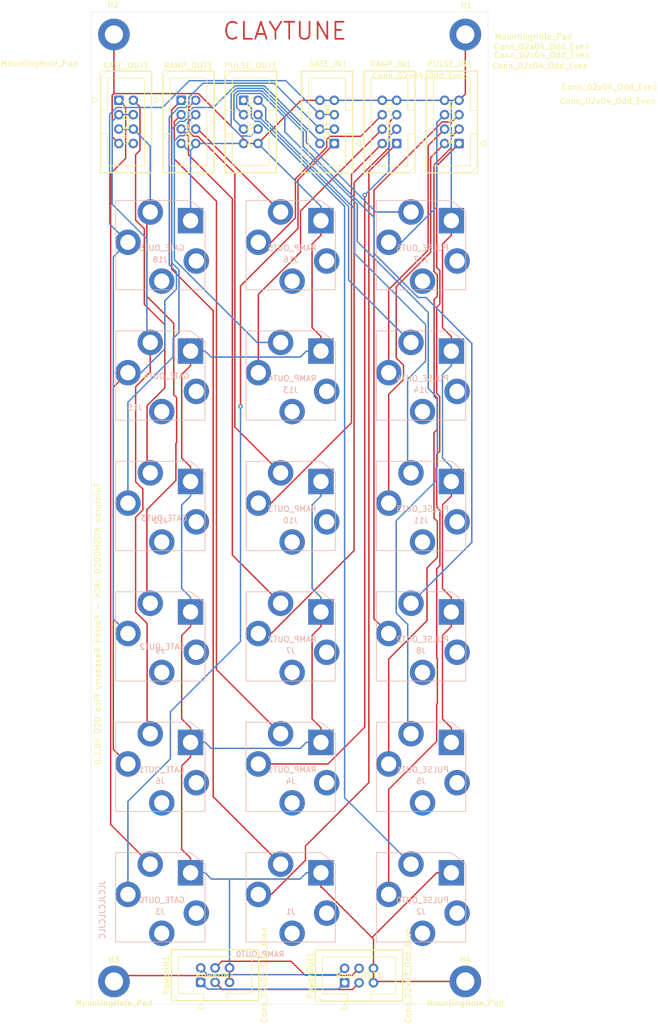
<source format=kicad_pcb>
(kicad_pcb (version 20171130) (host pcbnew "(5.1.7)-1")

  (general
    (thickness 1.6)
    (drawings 10)
    (tracks 421)
    (zones 0)
    (modules 30)
    (nets 74)
  )

  (page A4)
  (title_block
    (title "Twinturbo KOSMODCO JACK - Polykit Raspberry Pico DCO")
    (date 2023-01-28)
    (rev v0.1.0)
    (company "Robin Clayton -->> Jan Knipper")
  )

  (layers
    (0 F.Cu signal)
    (31 B.Cu signal)
    (32 B.Adhes user)
    (33 F.Adhes user)
    (34 B.Paste user)
    (35 F.Paste user)
    (36 B.SilkS user)
    (37 F.SilkS user)
    (38 B.Mask user)
    (39 F.Mask user)
    (40 Dwgs.User user)
    (41 Cmts.User user)
    (42 Eco1.User user)
    (43 Eco2.User user)
    (44 Edge.Cuts user)
    (45 Margin user)
    (46 B.CrtYd user)
    (47 F.CrtYd user)
    (48 B.Fab user)
    (49 F.Fab user)
  )

  (setup
    (last_trace_width 0.25)
    (user_trace_width 0.381)
    (user_trace_width 0.508)
    (user_trace_width 0.635)
    (user_trace_width 0.762)
    (user_trace_width 0.889)
    (trace_clearance 0.2)
    (zone_clearance 0.508)
    (zone_45_only no)
    (trace_min 0.2)
    (via_size 0.8)
    (via_drill 0.4)
    (via_min_size 0.4)
    (via_min_drill 0.3)
    (user_via 0.4572 0.381)
    (user_via 0.508 0.381)
    (user_via 0.889 0.508)
    (user_via 3.1 3)
    (uvia_size 0.3)
    (uvia_drill 0.1)
    (uvias_allowed no)
    (uvia_min_size 0.2)
    (uvia_min_drill 0.1)
    (edge_width 0.05)
    (segment_width 0.2)
    (pcb_text_width 0.3)
    (pcb_text_size 1.5 1.5)
    (mod_edge_width 0.12)
    (mod_text_size 1 1)
    (mod_text_width 0.15)
    (pad_size 5.6 5.6)
    (pad_drill 3.2)
    (pad_to_mask_clearance 0)
    (aux_axis_origin 0 0)
    (visible_elements 7FFFFFFF)
    (pcbplotparams
      (layerselection 0x310fc_ffffffff)
      (usegerberextensions false)
      (usegerberattributes true)
      (usegerberadvancedattributes true)
      (creategerberjobfile true)
      (excludeedgelayer true)
      (linewidth 0.100000)
      (plotframeref false)
      (viasonmask false)
      (mode 1)
      (useauxorigin false)
      (hpglpennumber 1)
      (hpglpenspeed 20)
      (hpglpendiameter 15.000000)
      (psnegative false)
      (psa4output false)
      (plotreference true)
      (plotvalue true)
      (plotinvisibletext false)
      (padsonsilk false)
      (subtractmaskfromsilk false)
      (outputformat 1)
      (mirror false)
      (drillshape 0)
      (scaleselection 1)
      (outputdirectory "../PCB-PRINTS/PCB/V0.1.0/PCB-Jack/"))
  )

  (net 0 "")
  (net 1 GND-S)
  (net 2 GATE_OUT2-S)
  (net 3 GATE_OUT1-S)
  (net 4 GATE_OUT3-S)
  (net 5 GATE_OUT0-S)
  (net 6 "Net-(J1-PadS)")
  (net 7 RAMP_OUT0-S)
  (net 8 "Net-(J1-PadSN)")
  (net 9 "Net-(J2-PadS)")
  (net 10 PULSE_OUT0-S)
  (net 11 "Net-(J2-PadSN)")
  (net 12 "Net-(J3-PadS)")
  (net 13 "Net-(J3-PadSN)")
  (net 14 "Net-(J4-PadS)")
  (net 15 RAMP_OUT1-S)
  (net 16 "Net-(J4-PadSN)")
  (net 17 "Net-(J5-PadS)")
  (net 18 PULSE_OUT1-S)
  (net 19 "Net-(J5-PadSN)")
  (net 20 "Net-(J6-PadS)")
  (net 21 "Net-(J6-PadSN)")
  (net 22 "Net-(J7-PadS)")
  (net 23 RAMP_OUT2-S)
  (net 24 "Net-(J7-PadSN)")
  (net 25 "Net-(J8-PadS)")
  (net 26 PULSE_OUT2-S)
  (net 27 "Net-(J8-PadSN)")
  (net 28 "Net-(J9-PadS)")
  (net 29 "Net-(J9-PadSN)")
  (net 30 "Net-(J10-PadS)")
  (net 31 RAMP_OUT3-S)
  (net 32 "Net-(J10-PadSN)")
  (net 33 "Net-(J11-PadS)")
  (net 34 PULSE_OUT3-S)
  (net 35 "Net-(J11-PadSN)")
  (net 36 "Net-(J12-PadS)")
  (net 37 "Net-(J12-PadSN)")
  (net 38 "Net-(J13-PadS)")
  (net 39 RAMP_OUT4-S)
  (net 40 "Net-(J13-PadSN)")
  (net 41 "Net-(J14-PadS)")
  (net 42 PULSE_OUT4-S)
  (net 43 "Net-(J14-PadSN)")
  (net 44 "Net-(J15-PadS)")
  (net 45 "Net-(J15-PadSN)")
  (net 46 "Net-(J16-PadS)")
  (net 47 "Net-(J16-PadSN)")
  (net 48 "Net-(J17-PadS)")
  (net 49 PULSE_OUT5-S)
  (net 50 "Net-(J17-PadSN)")
  (net 51 "Net-(J18-PadS)")
  (net 52 "Net-(J18-PadSN)")
  (net 53 RAMP_OUT5-S)
  (net 54 GATE_OUT2-N)
  (net 55 GATE_OUT1-N)
  (net 56 GATE_OUT3-N)
  (net 57 GATE_OUT0-N)
  (net 58 RAMP_OUT0-N)
  (net 59 PULSE_OUT0-N)
  (net 60 RAMP_OUT1-N)
  (net 61 PULSE_OUT1-N)
  (net 62 RAMP_OUT2-N)
  (net 63 PULSE_OUT2-N)
  (net 64 RAMP_OUT3-N)
  (net 65 PULSE_OUT3-N)
  (net 66 RAMP_OUT4-N)
  (net 67 PULSE_OUT4-N)
  (net 68 RAMP_OUT5-N)
  (net 69 PULSE_OUT5-N)
  (net 70 -12V)
  (net 71 +3V3)
  (net 72 +12V)
  (net 73 +5V)

  (net_class Default "This is the default net class."
    (clearance 0.2)
    (trace_width 0.25)
    (via_dia 0.8)
    (via_drill 0.4)
    (uvia_dia 0.3)
    (uvia_drill 0.1)
    (add_net +12V)
    (add_net +3V3)
    (add_net +5V)
    (add_net -12V)
    (add_net GATE_OUT0-N)
    (add_net GATE_OUT0-S)
    (add_net GATE_OUT1-N)
    (add_net GATE_OUT1-S)
    (add_net GATE_OUT2-N)
    (add_net GATE_OUT2-S)
    (add_net GATE_OUT3-N)
    (add_net GATE_OUT3-S)
    (add_net GND-S)
    (add_net "Net-(J1-PadS)")
    (add_net "Net-(J1-PadSN)")
    (add_net "Net-(J10-PadS)")
    (add_net "Net-(J10-PadSN)")
    (add_net "Net-(J11-PadS)")
    (add_net "Net-(J11-PadSN)")
    (add_net "Net-(J12-PadS)")
    (add_net "Net-(J12-PadSN)")
    (add_net "Net-(J13-PadS)")
    (add_net "Net-(J13-PadSN)")
    (add_net "Net-(J14-PadS)")
    (add_net "Net-(J14-PadSN)")
    (add_net "Net-(J15-PadS)")
    (add_net "Net-(J15-PadSN)")
    (add_net "Net-(J16-PadS)")
    (add_net "Net-(J16-PadSN)")
    (add_net "Net-(J17-PadS)")
    (add_net "Net-(J17-PadSN)")
    (add_net "Net-(J18-PadS)")
    (add_net "Net-(J18-PadSN)")
    (add_net "Net-(J2-PadS)")
    (add_net "Net-(J2-PadSN)")
    (add_net "Net-(J3-PadS)")
    (add_net "Net-(J3-PadSN)")
    (add_net "Net-(J4-PadS)")
    (add_net "Net-(J4-PadSN)")
    (add_net "Net-(J5-PadS)")
    (add_net "Net-(J5-PadSN)")
    (add_net "Net-(J6-PadS)")
    (add_net "Net-(J6-PadSN)")
    (add_net "Net-(J7-PadS)")
    (add_net "Net-(J7-PadSN)")
    (add_net "Net-(J8-PadS)")
    (add_net "Net-(J8-PadSN)")
    (add_net "Net-(J9-PadS)")
    (add_net "Net-(J9-PadSN)")
    (add_net PULSE_OUT0-N)
    (add_net PULSE_OUT0-S)
    (add_net PULSE_OUT1-N)
    (add_net PULSE_OUT1-S)
    (add_net PULSE_OUT2-N)
    (add_net PULSE_OUT2-S)
    (add_net PULSE_OUT3-N)
    (add_net PULSE_OUT3-S)
    (add_net PULSE_OUT4-N)
    (add_net PULSE_OUT4-S)
    (add_net PULSE_OUT5-N)
    (add_net PULSE_OUT5-S)
    (add_net RAMP_OUT0-N)
    (add_net RAMP_OUT0-S)
    (add_net RAMP_OUT1-N)
    (add_net RAMP_OUT1-S)
    (add_net RAMP_OUT2-N)
    (add_net RAMP_OUT2-S)
    (add_net RAMP_OUT3-N)
    (add_net RAMP_OUT3-S)
    (add_net RAMP_OUT4-N)
    (add_net RAMP_OUT4-S)
    (add_net RAMP_OUT5-N)
    (add_net RAMP_OUT5-S)
  )

  (module MountingHole:MountingHole_3.2mm_M3_DIN965_Pad (layer F.Cu) (tedit 63D56D35) (tstamp 63D3E128)
    (at 57.657 19.837)
    (descr "Mounting Hole 3.2mm, M3, DIN965")
    (tags "mounting hole 3.2mm m3 din965")
    (path /63D31FD9)
    (attr virtual)
    (fp_text reference H2 (at -0.117 -5.235) (layer F.SilkS)
      (effects (font (size 1 1) (thickness 0.15)))
    )
    (fp_text value MountingHole_Pad (at -13.159 5.099) (layer F.SilkS)
      (effects (font (size 1 1) (thickness 0.15)))
    )
    (fp_circle (center 0 0) (end 3.05 0) (layer F.CrtYd) (width 0.05))
    (fp_circle (center 0 0) (end 2.8 0) (layer Cmts.User) (width 0.15))
    (fp_text user %R (at 0.3 0) (layer F.SilkS)
      (effects (font (size 1 1) (thickness 0.15)))
    )
    (pad 1 thru_hole circle (at 0 0) (size 5.6 5.6) (drill 3.2) (layers *.Cu *.Mask)
      (net 1 GND-S))
  )

  (module Connector_IDC:IDC-Header_2x03_P2.54mm_Vertical (layer F.Cu) (tedit 5EAC9A07) (tstamp 63D414BC)
    (at 98.368 187.057 90)
    (descr "Through hole IDC box header, 2x03, 2.54mm pitch, DIN 41651 / IEC 60603-13, double rows, https://docs.google.com/spreadsheets/d/16SsEcesNF15N3Lb4niX7dcUr-NY5_MFPQhobNuNppn4/edit#gid=0")
    (tags "Through hole vertical IDC box header THT 2x03 2.54mm double row")
    (path /63D63736)
    (fp_text reference PowerOUT1 (at 1.27 -6.1 90) (layer F.SilkS)
      (effects (font (size 1 1) (thickness 0.15)))
    )
    (fp_text value Conn_02x03_Odd_Even (at 1.27 11.18 90) (layer F.SilkS)
      (effects (font (size 1 1) (thickness 0.15)))
    )
    (fp_line (start -3.18 -4.1) (end -2.18 -5.1) (layer F.SilkS) (width 0.1))
    (fp_line (start -2.18 -5.1) (end 5.72 -5.1) (layer F.SilkS) (width 0.1))
    (fp_line (start 5.72 -5.1) (end 5.72 10.18) (layer F.SilkS) (width 0.1))
    (fp_line (start 5.72 10.18) (end -3.18 10.18) (layer F.SilkS) (width 0.1))
    (fp_line (start -3.18 10.18) (end -3.18 -4.1) (layer F.SilkS) (width 0.1))
    (fp_line (start -3.18 0.49) (end -1.98 0.49) (layer F.SilkS) (width 0.1))
    (fp_line (start -1.98 0.49) (end -1.98 -3.91) (layer F.SilkS) (width 0.1))
    (fp_line (start -1.98 -3.91) (end 4.52 -3.91) (layer F.SilkS) (width 0.1))
    (fp_line (start 4.52 -3.91) (end 4.52 8.99) (layer F.SilkS) (width 0.1))
    (fp_line (start 4.52 8.99) (end -1.98 8.99) (layer F.SilkS) (width 0.1))
    (fp_line (start -1.98 8.99) (end -1.98 4.59) (layer F.SilkS) (width 0.1))
    (fp_line (start -1.98 4.59) (end -1.98 4.59) (layer F.SilkS) (width 0.1))
    (fp_line (start -1.98 4.59) (end -3.18 4.59) (layer F.SilkS) (width 0.1))
    (fp_line (start -3.29 -5.21) (end 5.83 -5.21) (layer F.SilkS) (width 0.12))
    (fp_line (start 5.83 -5.21) (end 5.83 10.29) (layer F.SilkS) (width 0.12))
    (fp_line (start 5.83 10.29) (end -3.29 10.29) (layer F.SilkS) (width 0.12))
    (fp_line (start -3.29 10.29) (end -3.29 -5.21) (layer F.SilkS) (width 0.12))
    (fp_line (start -3.29 0.49) (end -1.98 0.49) (layer F.SilkS) (width 0.12))
    (fp_line (start -1.98 0.49) (end -1.98 -3.91) (layer F.SilkS) (width 0.12))
    (fp_line (start -1.98 -3.91) (end 4.52 -3.91) (layer F.SilkS) (width 0.12))
    (fp_line (start 4.52 -3.91) (end 4.52 8.99) (layer F.SilkS) (width 0.12))
    (fp_line (start 4.52 8.99) (end -1.98 8.99) (layer F.SilkS) (width 0.12))
    (fp_line (start -1.98 8.99) (end -1.98 4.59) (layer F.SilkS) (width 0.12))
    (fp_line (start -1.98 4.59) (end -1.98 4.59) (layer F.SilkS) (width 0.12))
    (fp_line (start -1.98 4.59) (end -3.29 4.59) (layer F.SilkS) (width 0.12))
    (fp_line (start -3.68 0) (end -4.68 -0.5) (layer F.SilkS) (width 0.12))
    (fp_line (start -4.68 -0.5) (end -4.68 0.5) (layer F.SilkS) (width 0.12))
    (fp_line (start -4.68 0.5) (end -3.68 0) (layer F.SilkS) (width 0.12))
    (fp_line (start -3.68 -5.6) (end -3.68 10.69) (layer F.CrtYd) (width 0.05))
    (fp_line (start -3.68 10.69) (end 6.22 10.69) (layer F.CrtYd) (width 0.05))
    (fp_line (start 6.22 10.69) (end 6.22 -5.6) (layer F.CrtYd) (width 0.05))
    (fp_line (start 6.22 -5.6) (end -3.68 -5.6) (layer F.CrtYd) (width 0.05))
    (fp_text user %R (at 1.27 2.54) (layer F.SilkS)
      (effects (font (size 1 1) (thickness 0.15)))
    )
    (pad 6 thru_hole circle (at 2.54 5.08 90) (size 1.7 1.7) (drill 1) (layers *.Cu *.Mask)
      (net 1 GND-S))
    (pad 4 thru_hole circle (at 2.54 2.54 90) (size 1.7 1.7) (drill 1) (layers *.Cu *.Mask)
      (net 71 +3V3))
    (pad 2 thru_hole circle (at 2.54 0 90) (size 1.7 1.7) (drill 1) (layers *.Cu *.Mask)
      (net 70 -12V))
    (pad 5 thru_hole circle (at 0 5.08 90) (size 1.7 1.7) (drill 1) (layers *.Cu *.Mask)
      (net 1 GND-S))
    (pad 3 thru_hole circle (at 0 2.54 90) (size 1.7 1.7) (drill 1) (layers *.Cu *.Mask)
      (net 73 +5V))
    (pad 1 thru_hole roundrect (at 0 0 90) (size 1.7 1.7) (drill 1) (layers *.Cu *.Mask) (roundrect_rratio 0.1470588235294118)
      (net 72 +12V))
    (model ${KISYS3DMOD}/Connector_IDC.3dshapes/IDC-Header_2x03_P2.54mm_Vertical.wrl
      (at (xyz 0 0 0))
      (scale (xyz 1 1 1))
      (rotate (xyz 0 0 0))
    )
  )

  (module Connector_IDC:IDC-Header_2x03_P2.54mm_Vertical (layer F.Cu) (tedit 5EAC9A07) (tstamp 63D40B10)
    (at 72.973 186.988 90)
    (descr "Through hole IDC box header, 2x03, 2.54mm pitch, DIN 41651 / IEC 60603-13, double rows, https://docs.google.com/spreadsheets/d/16SsEcesNF15N3Lb4niX7dcUr-NY5_MFPQhobNuNppn4/edit#gid=0")
    (tags "Through hole vertical IDC box header THT 2x03 2.54mm double row")
    (path /63D611A8)
    (fp_text reference PowerIN1 (at 1.27 -6.1 90) (layer F.SilkS)
      (effects (font (size 1 1) (thickness 0.15)))
    )
    (fp_text value Conn_02x03_Odd_Even (at 1.27 11.18 90) (layer F.SilkS)
      (effects (font (size 1 1) (thickness 0.15)))
    )
    (fp_line (start -3.18 -4.1) (end -2.18 -5.1) (layer F.SilkS) (width 0.1))
    (fp_line (start -2.18 -5.1) (end 5.72 -5.1) (layer F.SilkS) (width 0.1))
    (fp_line (start 5.72 -5.1) (end 5.72 10.18) (layer F.SilkS) (width 0.1))
    (fp_line (start 5.72 10.18) (end -3.18 10.18) (layer F.SilkS) (width 0.1))
    (fp_line (start -3.18 10.18) (end -3.18 -4.1) (layer F.SilkS) (width 0.1))
    (fp_line (start -3.18 0.49) (end -1.98 0.49) (layer F.SilkS) (width 0.1))
    (fp_line (start -1.98 0.49) (end -1.98 -3.91) (layer F.SilkS) (width 0.1))
    (fp_line (start -1.98 -3.91) (end 4.52 -3.91) (layer F.SilkS) (width 0.1))
    (fp_line (start 4.52 -3.91) (end 4.52 8.99) (layer F.SilkS) (width 0.1))
    (fp_line (start 4.52 8.99) (end -1.98 8.99) (layer F.SilkS) (width 0.1))
    (fp_line (start -1.98 8.99) (end -1.98 4.59) (layer F.SilkS) (width 0.1))
    (fp_line (start -1.98 4.59) (end -1.98 4.59) (layer F.SilkS) (width 0.1))
    (fp_line (start -1.98 4.59) (end -3.18 4.59) (layer F.SilkS) (width 0.1))
    (fp_line (start -3.29 -5.21) (end 5.83 -5.21) (layer F.SilkS) (width 0.12))
    (fp_line (start 5.83 -5.21) (end 5.83 10.29) (layer F.SilkS) (width 0.12))
    (fp_line (start 5.83 10.29) (end -3.29 10.29) (layer F.SilkS) (width 0.12))
    (fp_line (start -3.29 10.29) (end -3.29 -5.21) (layer F.SilkS) (width 0.12))
    (fp_line (start -3.29 0.49) (end -1.98 0.49) (layer F.SilkS) (width 0.12))
    (fp_line (start -1.98 0.49) (end -1.98 -3.91) (layer F.SilkS) (width 0.12))
    (fp_line (start -1.98 -3.91) (end 4.52 -3.91) (layer F.SilkS) (width 0.12))
    (fp_line (start 4.52 -3.91) (end 4.52 8.99) (layer F.SilkS) (width 0.12))
    (fp_line (start 4.52 8.99) (end -1.98 8.99) (layer F.SilkS) (width 0.12))
    (fp_line (start -1.98 8.99) (end -1.98 4.59) (layer F.SilkS) (width 0.12))
    (fp_line (start -1.98 4.59) (end -1.98 4.59) (layer F.SilkS) (width 0.12))
    (fp_line (start -1.98 4.59) (end -3.29 4.59) (layer F.SilkS) (width 0.12))
    (fp_line (start -3.68 0) (end -4.68 -0.5) (layer F.SilkS) (width 0.12))
    (fp_line (start -4.68 -0.5) (end -4.68 0.5) (layer F.SilkS) (width 0.12))
    (fp_line (start -4.68 0.5) (end -3.68 0) (layer F.SilkS) (width 0.12))
    (fp_line (start -3.68 -5.6) (end -3.68 10.69) (layer F.CrtYd) (width 0.05))
    (fp_line (start -3.68 10.69) (end 6.22 10.69) (layer F.CrtYd) (width 0.05))
    (fp_line (start 6.22 10.69) (end 6.22 -5.6) (layer F.CrtYd) (width 0.05))
    (fp_line (start 6.22 -5.6) (end -3.68 -5.6) (layer F.CrtYd) (width 0.05))
    (fp_text user %R (at 1.27 2.54) (layer F.SilkS)
      (effects (font (size 1 1) (thickness 0.15)))
    )
    (pad 6 thru_hole circle (at 2.54 5.08 90) (size 1.7 1.7) (drill 1) (layers *.Cu *.Mask)
      (net 1 GND-S))
    (pad 4 thru_hole circle (at 2.54 2.54 90) (size 1.7 1.7) (drill 1) (layers *.Cu *.Mask)
      (net 71 +3V3))
    (pad 2 thru_hole circle (at 2.54 0 90) (size 1.7 1.7) (drill 1) (layers *.Cu *.Mask)
      (net 70 -12V))
    (pad 5 thru_hole circle (at 0 5.08 90) (size 1.7 1.7) (drill 1) (layers *.Cu *.Mask)
      (net 1 GND-S))
    (pad 3 thru_hole circle (at 0 2.54 90) (size 1.7 1.7) (drill 1) (layers *.Cu *.Mask)
      (net 73 +5V))
    (pad 1 thru_hole roundrect (at 0 0 90) (size 1.7 1.7) (drill 1) (layers *.Cu *.Mask) (roundrect_rratio 0.1470588235294118)
      (net 72 +12V))
    (model ${KISYS3DMOD}/Connector_IDC.3dshapes/IDC-Header_2x03_P2.54mm_Vertical.wrl
      (at (xyz 0 0 0))
      (scale (xyz 1 1 1))
      (rotate (xyz 0 0 0))
    )
  )

  (module MountingHole:MountingHole_3.2mm_M3_DIN965_Pad (layer F.Cu) (tedit 63D56D4B) (tstamp 63D3E138)
    (at 119.655 186.829)
    (descr "Mounting Hole 3.2mm, M3, DIN965")
    (tags "mounting hole 3.2mm m3 din965")
    (path /63D31FEB)
    (attr virtual)
    (fp_text reference H4 (at 0 -3.8) (layer F.SilkS)
      (effects (font (size 1 1) (thickness 0.15)))
    )
    (fp_text value MountingHole_Pad (at 0 3.8) (layer F.SilkS)
      (effects (font (size 1 1) (thickness 0.15)))
    )
    (fp_circle (center 0 0) (end 3.05 0) (layer F.CrtYd) (width 0.05))
    (fp_circle (center 0 0) (end 2.8 0) (layer Cmts.User) (width 0.15))
    (fp_text user %R (at 0.3 0) (layer F.SilkS)
      (effects (font (size 1 1) (thickness 0.15)))
    )
    (pad 1 thru_hole circle (at 0 0) (size 5.6 5.6) (drill 3.2) (layers *.Cu *.Mask)
      (net 1 GND-S))
  )

  (module MountingHole:MountingHole_3.2mm_M3_DIN965_Pad (layer F.Cu) (tedit 63D56D59) (tstamp 63D3E130)
    (at 57.669 186.831)
    (descr "Mounting Hole 3.2mm, M3, DIN965")
    (tags "mounting hole 3.2mm m3 din965")
    (path /63D31FDF)
    (attr virtual)
    (fp_text reference H3 (at 0 -3.8) (layer F.SilkS)
      (effects (font (size 1 1) (thickness 0.15)))
    )
    (fp_text value MountingHole_Pad (at 0 3.8) (layer F.SilkS)
      (effects (font (size 1 1) (thickness 0.15)))
    )
    (fp_circle (center 0 0) (end 3.05 0) (layer F.CrtYd) (width 0.05))
    (fp_circle (center 0 0) (end 2.8 0) (layer Cmts.User) (width 0.15))
    (fp_text user %R (at 0.3 0) (layer F.SilkS)
      (effects (font (size 1 1) (thickness 0.15)))
    )
    (pad 1 thru_hole circle (at 0 0) (size 5.6 5.6) (drill 3.2) (layers *.Cu *.Mask)
      (net 1 GND-S))
  )

  (module MountingHole:MountingHole_3.2mm_M3_DIN965_Pad (layer F.Cu) (tedit 63D56D40) (tstamp 63D3E120)
    (at 119.657 19.835)
    (descr "Mounting Hole 3.2mm, M3, DIN965")
    (tags "mounting hole 3.2mm m3 din965")
    (path /63D31FE5)
    (attr virtual)
    (fp_text reference H1 (at 0.206 -5.121) (layer F.SilkS)
      (effects (font (size 1 1) (thickness 0.15)))
    )
    (fp_text value MountingHole_Pad (at 12.018 0.392) (layer F.SilkS)
      (effects (font (size 1 1) (thickness 0.15)))
    )
    (fp_circle (center 0 0) (end 3.05 0) (layer F.CrtYd) (width 0.05))
    (fp_circle (center 0 0) (end 2.8 0) (layer Cmts.User) (width 0.15))
    (fp_text user %R (at 0.3 0) (layer F.SilkS)
      (effects (font (size 1 1) (thickness 0.15)))
    )
    (pad 1 thru_hole circle (at 0 0) (size 5.6 5.6) (drill 3.2) (layers *.Cu *.Mask)
      (net 1 GND-S))
  )

  (module Connector_IDC:IDC-Header_2x04_P2.54mm_Vertical (layer F.Cu) (tedit 5EAC9A07) (tstamp 63D3E2E8)
    (at 69.538 31.435)
    (descr "Through hole IDC box header, 2x04, 2.54mm pitch, DIN 41651 / IEC 60603-13, double rows, https://docs.google.com/spreadsheets/d/16SsEcesNF15N3Lb4niX7dcUr-NY5_MFPQhobNuNppn4/edit#gid=0")
    (tags "Through hole vertical IDC box header THT 2x04 2.54mm double row")
    (path /63D544C1)
    (fp_text reference RAMP_OUT1 (at 1.27 -6.1) (layer F.SilkS)
      (effects (font (size 1 1) (thickness 0.15)))
    )
    (fp_text value Conn_02x04_Odd_Even (at 75.22 0.134) (layer F.SilkS)
      (effects (font (size 1 1) (thickness 0.15)))
    )
    (fp_line (start 6.22 -5.6) (end -3.68 -5.6) (layer F.CrtYd) (width 0.05))
    (fp_line (start 6.22 13.22) (end 6.22 -5.6) (layer F.CrtYd) (width 0.05))
    (fp_line (start -3.68 13.22) (end 6.22 13.22) (layer F.CrtYd) (width 0.05))
    (fp_line (start -3.68 -5.6) (end -3.68 13.22) (layer F.CrtYd) (width 0.05))
    (fp_line (start -4.68 0.5) (end -3.68 0) (layer F.SilkS) (width 0.12))
    (fp_line (start -4.68 -0.5) (end -4.68 0.5) (layer F.SilkS) (width 0.12))
    (fp_line (start -3.68 0) (end -4.68 -0.5) (layer F.SilkS) (width 0.12))
    (fp_line (start -1.98 5.86) (end -3.29 5.86) (layer F.SilkS) (width 0.12))
    (fp_line (start -1.98 5.86) (end -1.98 5.86) (layer F.SilkS) (width 0.12))
    (fp_line (start -1.98 11.53) (end -1.98 5.86) (layer F.SilkS) (width 0.12))
    (fp_line (start 4.52 11.53) (end -1.98 11.53) (layer F.SilkS) (width 0.12))
    (fp_line (start 4.52 -3.91) (end 4.52 11.53) (layer F.SilkS) (width 0.12))
    (fp_line (start -1.98 -3.91) (end 4.52 -3.91) (layer F.SilkS) (width 0.12))
    (fp_line (start -1.98 1.76) (end -1.98 -3.91) (layer F.SilkS) (width 0.12))
    (fp_line (start -3.29 1.76) (end -1.98 1.76) (layer F.SilkS) (width 0.12))
    (fp_line (start -3.29 12.83) (end -3.29 -5.21) (layer F.SilkS) (width 0.12))
    (fp_line (start 5.83 12.83) (end -3.29 12.83) (layer F.SilkS) (width 0.12))
    (fp_line (start 5.83 -5.21) (end 5.83 12.83) (layer F.SilkS) (width 0.12))
    (fp_line (start -3.29 -5.21) (end 5.83 -5.21) (layer F.SilkS) (width 0.12))
    (fp_line (start -1.98 5.86) (end -3.18 5.86) (layer F.SilkS) (width 0.1))
    (fp_line (start -1.98 5.86) (end -1.98 5.86) (layer F.SilkS) (width 0.1))
    (fp_line (start -1.98 11.53) (end -1.98 5.86) (layer F.SilkS) (width 0.1))
    (fp_line (start 4.52 11.53) (end -1.98 11.53) (layer F.SilkS) (width 0.1))
    (fp_line (start 4.52 -3.91) (end 4.52 11.53) (layer F.SilkS) (width 0.1))
    (fp_line (start -1.98 -3.91) (end 4.52 -3.91) (layer F.SilkS) (width 0.1))
    (fp_line (start -1.98 1.76) (end -1.98 -3.91) (layer F.SilkS) (width 0.1))
    (fp_line (start -3.18 1.76) (end -1.98 1.76) (layer F.SilkS) (width 0.1))
    (fp_line (start -3.18 12.72) (end -3.18 -4.1) (layer F.SilkS) (width 0.1))
    (fp_line (start 5.72 12.72) (end -3.18 12.72) (layer F.SilkS) (width 0.1))
    (fp_line (start 5.72 -5.1) (end 5.72 12.72) (layer F.SilkS) (width 0.1))
    (fp_line (start -2.18 -5.1) (end 5.72 -5.1) (layer F.SilkS) (width 0.1))
    (fp_line (start -3.18 -4.1) (end -2.18 -5.1) (layer F.SilkS) (width 0.1))
    (fp_text user %R (at 1.27 3.81 90) (layer F.SilkS)
      (effects (font (size 1 1) (thickness 0.15)))
    )
    (pad 8 thru_hole circle (at 2.54 7.62) (size 1.7 1.7) (drill 1) (layers *.Cu *.Mask)
      (net 1 GND-S))
    (pad 6 thru_hole circle (at 2.54 5.08) (size 1.7 1.7) (drill 1) (layers *.Cu *.Mask)
      (net 68 RAMP_OUT5-N))
    (pad 4 thru_hole circle (at 2.54 2.54) (size 1.7 1.7) (drill 1) (layers *.Cu *.Mask)
      (net 66 RAMP_OUT4-N))
    (pad 2 thru_hole circle (at 2.54 0) (size 1.7 1.7) (drill 1) (layers *.Cu *.Mask)
      (net 64 RAMP_OUT3-N))
    (pad 7 thru_hole circle (at 0 7.62) (size 1.7 1.7) (drill 1) (layers *.Cu *.Mask)
      (net 1 GND-S))
    (pad 5 thru_hole circle (at 0 5.08) (size 1.7 1.7) (drill 1) (layers *.Cu *.Mask)
      (net 62 RAMP_OUT2-N))
    (pad 3 thru_hole circle (at 0 2.54) (size 1.7 1.7) (drill 1) (layers *.Cu *.Mask)
      (net 60 RAMP_OUT1-N))
    (pad 1 thru_hole roundrect (at 0 0) (size 1.7 1.7) (drill 1) (layers *.Cu *.Mask) (roundrect_rratio 0.1470588235294118)
      (net 58 RAMP_OUT0-N))
    (model ${KISYS3DMOD}/Connector_IDC.3dshapes/IDC-Header_2x04_P2.54mm_Vertical.wrl
      (at (xyz 0 0 0))
      (scale (xyz 1 1 1))
      (rotate (xyz 0 0 0))
    )
  )

  (module Connector_IDC:IDC-Header_2x04_P2.54mm_Vertical (layer F.Cu) (tedit 5EAC9A07) (tstamp 63D3E2BB)
    (at 107.538 39.065 180)
    (descr "Through hole IDC box header, 2x04, 2.54mm pitch, DIN 41651 / IEC 60603-13, double rows, https://docs.google.com/spreadsheets/d/16SsEcesNF15N3Lb4niX7dcUr-NY5_MFPQhobNuNppn4/edit#gid=0")
    (tags "Through hole vertical IDC box header THT 2x04 2.54mm double row")
    (path /63D4FAC7)
    (fp_text reference RAMP_IN1 (at 1.046 13.971) (layer F.SilkS)
      (effects (font (size 1 1) (thickness 0.15)))
    )
    (fp_text value Conn_02x04_Odd_Even (at -25.59 15.61) (layer F.SilkS)
      (effects (font (size 1 1) (thickness 0.15)))
    )
    (fp_line (start 6.22 -5.6) (end -3.68 -5.6) (layer F.CrtYd) (width 0.05))
    (fp_line (start 6.22 13.22) (end 6.22 -5.6) (layer F.CrtYd) (width 0.05))
    (fp_line (start -3.68 13.22) (end 6.22 13.22) (layer F.CrtYd) (width 0.05))
    (fp_line (start -3.68 -5.6) (end -3.68 13.22) (layer F.CrtYd) (width 0.05))
    (fp_line (start -4.68 0.5) (end -3.68 0) (layer F.SilkS) (width 0.12))
    (fp_line (start -4.68 -0.5) (end -4.68 0.5) (layer F.SilkS) (width 0.12))
    (fp_line (start -3.68 0) (end -4.68 -0.5) (layer F.SilkS) (width 0.12))
    (fp_line (start -1.98 5.86) (end -3.29 5.86) (layer F.SilkS) (width 0.12))
    (fp_line (start -1.98 5.86) (end -1.98 5.86) (layer F.SilkS) (width 0.12))
    (fp_line (start -1.98 11.53) (end -1.98 5.86) (layer F.SilkS) (width 0.12))
    (fp_line (start 4.52 11.53) (end -1.98 11.53) (layer F.SilkS) (width 0.12))
    (fp_line (start 4.52 -3.91) (end 4.52 11.53) (layer F.SilkS) (width 0.12))
    (fp_line (start -1.98 -3.91) (end 4.52 -3.91) (layer F.SilkS) (width 0.12))
    (fp_line (start -1.98 1.76) (end -1.98 -3.91) (layer F.SilkS) (width 0.12))
    (fp_line (start -3.29 1.76) (end -1.98 1.76) (layer F.SilkS) (width 0.12))
    (fp_line (start -3.29 12.83) (end -3.29 -5.21) (layer F.SilkS) (width 0.12))
    (fp_line (start 5.83 12.83) (end -3.29 12.83) (layer F.SilkS) (width 0.12))
    (fp_line (start 5.83 -5.21) (end 5.83 12.83) (layer F.SilkS) (width 0.12))
    (fp_line (start -3.29 -5.21) (end 5.83 -5.21) (layer F.SilkS) (width 0.12))
    (fp_line (start -1.98 5.86) (end -3.18 5.86) (layer F.SilkS) (width 0.1))
    (fp_line (start -1.98 5.86) (end -1.98 5.86) (layer F.SilkS) (width 0.1))
    (fp_line (start -1.98 11.53) (end -1.98 5.86) (layer F.SilkS) (width 0.1))
    (fp_line (start 4.52 11.53) (end -1.98 11.53) (layer F.SilkS) (width 0.1))
    (fp_line (start 4.52 -3.91) (end 4.52 11.53) (layer F.SilkS) (width 0.1))
    (fp_line (start -1.98 -3.91) (end 4.52 -3.91) (layer F.SilkS) (width 0.1))
    (fp_line (start -1.98 1.76) (end -1.98 -3.91) (layer F.SilkS) (width 0.1))
    (fp_line (start -3.18 1.76) (end -1.98 1.76) (layer F.SilkS) (width 0.1))
    (fp_line (start -3.18 12.72) (end -3.18 -4.1) (layer F.SilkS) (width 0.1))
    (fp_line (start 5.72 12.72) (end -3.18 12.72) (layer F.SilkS) (width 0.1))
    (fp_line (start 5.72 -5.1) (end 5.72 12.72) (layer F.SilkS) (width 0.1))
    (fp_line (start -2.18 -5.1) (end 5.72 -5.1) (layer F.SilkS) (width 0.1))
    (fp_line (start -3.18 -4.1) (end -2.18 -5.1) (layer F.SilkS) (width 0.1))
    (fp_text user %R (at 1.27 3.81 90) (layer F.SilkS)
      (effects (font (size 1 1) (thickness 0.15)))
    )
    (pad 8 thru_hole circle (at 2.54 7.62 180) (size 1.7 1.7) (drill 1) (layers *.Cu *.Mask)
      (net 1 GND-S))
    (pad 6 thru_hole circle (at 2.54 5.08 180) (size 1.7 1.7) (drill 1) (layers *.Cu *.Mask)
      (net 53 RAMP_OUT5-S))
    (pad 4 thru_hole circle (at 2.54 2.54 180) (size 1.7 1.7) (drill 1) (layers *.Cu *.Mask)
      (net 39 RAMP_OUT4-S))
    (pad 2 thru_hole circle (at 2.54 0 180) (size 1.7 1.7) (drill 1) (layers *.Cu *.Mask)
      (net 31 RAMP_OUT3-S))
    (pad 7 thru_hole circle (at 0 7.62 180) (size 1.7 1.7) (drill 1) (layers *.Cu *.Mask)
      (net 1 GND-S))
    (pad 5 thru_hole circle (at 0 5.08 180) (size 1.7 1.7) (drill 1) (layers *.Cu *.Mask)
      (net 23 RAMP_OUT2-S))
    (pad 3 thru_hole circle (at 0 2.54 180) (size 1.7 1.7) (drill 1) (layers *.Cu *.Mask)
      (net 15 RAMP_OUT1-S))
    (pad 1 thru_hole roundrect (at 0 0 180) (size 1.7 1.7) (drill 1) (layers *.Cu *.Mask) (roundrect_rratio 0.1470588235294118)
      (net 7 RAMP_OUT0-S))
    (model ${KISYS3DMOD}/Connector_IDC.3dshapes/IDC-Header_2x04_P2.54mm_Vertical.wrl
      (at (xyz 0 0 0))
      (scale (xyz 1 1 1))
      (rotate (xyz 0 0 0))
    )
  )

  (module Connector_IDC:IDC-Header_2x04_P2.54mm_Vertical (layer F.Cu) (tedit 5EAC9A07) (tstamp 63D3E28E)
    (at 80.538 31.435)
    (descr "Through hole IDC box header, 2x04, 2.54mm pitch, DIN 41651 / IEC 60603-13, double rows, https://docs.google.com/spreadsheets/d/16SsEcesNF15N3Lb4niX7dcUr-NY5_MFPQhobNuNppn4/edit#gid=0")
    (tags "Through hole vertical IDC box header THT 2x04 2.54mm double row")
    (path /63D544C7)
    (fp_text reference PULSE_OUT1 (at 1.27 -6.1) (layer F.SilkS)
      (effects (font (size 1 1) (thickness 0.15)))
    )
    (fp_text value Conn_02x04_Odd_Even (at 64.549 -2.316) (layer F.SilkS)
      (effects (font (size 1 1) (thickness 0.15)))
    )
    (fp_line (start 6.22 -5.6) (end -3.68 -5.6) (layer F.CrtYd) (width 0.05))
    (fp_line (start 6.22 13.22) (end 6.22 -5.6) (layer F.CrtYd) (width 0.05))
    (fp_line (start -3.68 13.22) (end 6.22 13.22) (layer F.CrtYd) (width 0.05))
    (fp_line (start -3.68 -5.6) (end -3.68 13.22) (layer F.CrtYd) (width 0.05))
    (fp_line (start -4.68 0.5) (end -3.68 0) (layer F.SilkS) (width 0.12))
    (fp_line (start -4.68 -0.5) (end -4.68 0.5) (layer F.SilkS) (width 0.12))
    (fp_line (start -3.68 0) (end -4.68 -0.5) (layer F.SilkS) (width 0.12))
    (fp_line (start -1.98 5.86) (end -3.29 5.86) (layer F.SilkS) (width 0.12))
    (fp_line (start -1.98 5.86) (end -1.98 5.86) (layer F.SilkS) (width 0.12))
    (fp_line (start -1.98 11.53) (end -1.98 5.86) (layer F.SilkS) (width 0.12))
    (fp_line (start 4.52 11.53) (end -1.98 11.53) (layer F.SilkS) (width 0.12))
    (fp_line (start 4.52 -3.91) (end 4.52 11.53) (layer F.SilkS) (width 0.12))
    (fp_line (start -1.98 -3.91) (end 4.52 -3.91) (layer F.SilkS) (width 0.12))
    (fp_line (start -1.98 1.76) (end -1.98 -3.91) (layer F.SilkS) (width 0.12))
    (fp_line (start -3.29 1.76) (end -1.98 1.76) (layer F.SilkS) (width 0.12))
    (fp_line (start -3.29 12.83) (end -3.29 -5.21) (layer F.SilkS) (width 0.12))
    (fp_line (start 5.83 12.83) (end -3.29 12.83) (layer F.SilkS) (width 0.12))
    (fp_line (start 5.83 -5.21) (end 5.83 12.83) (layer F.SilkS) (width 0.12))
    (fp_line (start -3.29 -5.21) (end 5.83 -5.21) (layer F.SilkS) (width 0.12))
    (fp_line (start -1.98 5.86) (end -3.18 5.86) (layer F.SilkS) (width 0.1))
    (fp_line (start -1.98 5.86) (end -1.98 5.86) (layer F.SilkS) (width 0.1))
    (fp_line (start -1.98 11.53) (end -1.98 5.86) (layer F.SilkS) (width 0.1))
    (fp_line (start 4.52 11.53) (end -1.98 11.53) (layer F.SilkS) (width 0.1))
    (fp_line (start 4.52 -3.91) (end 4.52 11.53) (layer F.SilkS) (width 0.1))
    (fp_line (start -1.98 -3.91) (end 4.52 -3.91) (layer F.SilkS) (width 0.1))
    (fp_line (start -1.98 1.76) (end -1.98 -3.91) (layer F.SilkS) (width 0.1))
    (fp_line (start -3.18 1.76) (end -1.98 1.76) (layer F.SilkS) (width 0.1))
    (fp_line (start -3.18 12.72) (end -3.18 -4.1) (layer F.SilkS) (width 0.1))
    (fp_line (start 5.72 12.72) (end -3.18 12.72) (layer F.SilkS) (width 0.1))
    (fp_line (start 5.72 -5.1) (end 5.72 12.72) (layer F.SilkS) (width 0.1))
    (fp_line (start -2.18 -5.1) (end 5.72 -5.1) (layer F.SilkS) (width 0.1))
    (fp_line (start -3.18 -4.1) (end -2.18 -5.1) (layer F.SilkS) (width 0.1))
    (fp_text user %R (at 1.27 3.81 90) (layer F.SilkS)
      (effects (font (size 1 1) (thickness 0.15)))
    )
    (pad 8 thru_hole circle (at 2.54 7.62) (size 1.7 1.7) (drill 1) (layers *.Cu *.Mask)
      (net 1 GND-S))
    (pad 6 thru_hole circle (at 2.54 5.08) (size 1.7 1.7) (drill 1) (layers *.Cu *.Mask)
      (net 69 PULSE_OUT5-N))
    (pad 4 thru_hole circle (at 2.54 2.54) (size 1.7 1.7) (drill 1) (layers *.Cu *.Mask)
      (net 67 PULSE_OUT4-N))
    (pad 2 thru_hole circle (at 2.54 0) (size 1.7 1.7) (drill 1) (layers *.Cu *.Mask)
      (net 65 PULSE_OUT3-N))
    (pad 7 thru_hole circle (at 0 7.62) (size 1.7 1.7) (drill 1) (layers *.Cu *.Mask)
      (net 1 GND-S))
    (pad 5 thru_hole circle (at 0 5.08) (size 1.7 1.7) (drill 1) (layers *.Cu *.Mask)
      (net 63 PULSE_OUT2-N))
    (pad 3 thru_hole circle (at 0 2.54) (size 1.7 1.7) (drill 1) (layers *.Cu *.Mask)
      (net 61 PULSE_OUT1-N))
    (pad 1 thru_hole roundrect (at 0 0) (size 1.7 1.7) (drill 1) (layers *.Cu *.Mask) (roundrect_rratio 0.1470588235294118)
      (net 59 PULSE_OUT0-N))
    (model ${KISYS3DMOD}/Connector_IDC.3dshapes/IDC-Header_2x04_P2.54mm_Vertical.wrl
      (at (xyz 0 0 0))
      (scale (xyz 1 1 1))
      (rotate (xyz 0 0 0))
    )
  )

  (module Connector_IDC:IDC-Header_2x04_P2.54mm_Vertical (layer F.Cu) (tedit 5EAC9A07) (tstamp 63D3E261)
    (at 118.538 39.065 180)
    (descr "Through hole IDC box header, 2x04, 2.54mm pitch, DIN 41651 / IEC 60603-13, double rows, https://docs.google.com/spreadsheets/d/16SsEcesNF15N3Lb4niX7dcUr-NY5_MFPQhobNuNppn4/edit#gid=0")
    (tags "Through hole vertical IDC box header THT 2x04 2.54mm double row")
    (path /63D4FACD)
    (fp_text reference PULSE_IN1 (at 1.615 14.05) (layer F.SilkS)
      (effects (font (size 1 1) (thickness 0.15)))
    )
    (fp_text value Conn_02x04_Odd_Even (at -14.523 17.105) (layer F.SilkS)
      (effects (font (size 1 1) (thickness 0.15)))
    )
    (fp_line (start 6.22 -5.6) (end -3.68 -5.6) (layer F.CrtYd) (width 0.05))
    (fp_line (start 6.22 13.22) (end 6.22 -5.6) (layer F.CrtYd) (width 0.05))
    (fp_line (start -3.68 13.22) (end 6.22 13.22) (layer F.CrtYd) (width 0.05))
    (fp_line (start -3.68 -5.6) (end -3.68 13.22) (layer F.CrtYd) (width 0.05))
    (fp_line (start -4.68 0.5) (end -3.68 0) (layer F.SilkS) (width 0.12))
    (fp_line (start -4.68 -0.5) (end -4.68 0.5) (layer F.SilkS) (width 0.12))
    (fp_line (start -3.68 0) (end -4.68 -0.5) (layer F.SilkS) (width 0.12))
    (fp_line (start -1.98 5.86) (end -3.29 5.86) (layer F.SilkS) (width 0.12))
    (fp_line (start -1.98 5.86) (end -1.98 5.86) (layer F.SilkS) (width 0.12))
    (fp_line (start -1.98 11.53) (end -1.98 5.86) (layer F.SilkS) (width 0.12))
    (fp_line (start 4.52 11.53) (end -1.98 11.53) (layer F.SilkS) (width 0.12))
    (fp_line (start 4.52 -3.91) (end 4.52 11.53) (layer F.SilkS) (width 0.12))
    (fp_line (start -1.98 -3.91) (end 4.52 -3.91) (layer F.SilkS) (width 0.12))
    (fp_line (start -1.98 1.76) (end -1.98 -3.91) (layer F.SilkS) (width 0.12))
    (fp_line (start -3.29 1.76) (end -1.98 1.76) (layer F.SilkS) (width 0.12))
    (fp_line (start -3.29 12.83) (end -3.29 -5.21) (layer F.SilkS) (width 0.12))
    (fp_line (start 5.83 12.83) (end -3.29 12.83) (layer F.SilkS) (width 0.12))
    (fp_line (start 5.83 -5.21) (end 5.83 12.83) (layer F.SilkS) (width 0.12))
    (fp_line (start -3.29 -5.21) (end 5.83 -5.21) (layer F.SilkS) (width 0.12))
    (fp_line (start -1.98 5.86) (end -3.18 5.86) (layer F.SilkS) (width 0.1))
    (fp_line (start -1.98 5.86) (end -1.98 5.86) (layer F.SilkS) (width 0.1))
    (fp_line (start -1.98 11.53) (end -1.98 5.86) (layer F.SilkS) (width 0.1))
    (fp_line (start 4.52 11.53) (end -1.98 11.53) (layer F.SilkS) (width 0.1))
    (fp_line (start 4.52 -3.91) (end 4.52 11.53) (layer F.SilkS) (width 0.1))
    (fp_line (start -1.98 -3.91) (end 4.52 -3.91) (layer F.SilkS) (width 0.1))
    (fp_line (start -1.98 1.76) (end -1.98 -3.91) (layer F.SilkS) (width 0.1))
    (fp_line (start -3.18 1.76) (end -1.98 1.76) (layer F.SilkS) (width 0.1))
    (fp_line (start -3.18 12.72) (end -3.18 -4.1) (layer F.SilkS) (width 0.1))
    (fp_line (start 5.72 12.72) (end -3.18 12.72) (layer F.SilkS) (width 0.1))
    (fp_line (start 5.72 -5.1) (end 5.72 12.72) (layer F.SilkS) (width 0.1))
    (fp_line (start -2.18 -5.1) (end 5.72 -5.1) (layer F.SilkS) (width 0.1))
    (fp_line (start -3.18 -4.1) (end -2.18 -5.1) (layer F.SilkS) (width 0.1))
    (fp_text user %R (at 1.27 3.81 90) (layer F.SilkS)
      (effects (font (size 1 1) (thickness 0.15)))
    )
    (pad 8 thru_hole circle (at 2.54 7.62 180) (size 1.7 1.7) (drill 1) (layers *.Cu *.Mask)
      (net 1 GND-S))
    (pad 6 thru_hole circle (at 2.54 5.08 180) (size 1.7 1.7) (drill 1) (layers *.Cu *.Mask)
      (net 49 PULSE_OUT5-S))
    (pad 4 thru_hole circle (at 2.54 2.54 180) (size 1.7 1.7) (drill 1) (layers *.Cu *.Mask)
      (net 42 PULSE_OUT4-S))
    (pad 2 thru_hole circle (at 2.54 0 180) (size 1.7 1.7) (drill 1) (layers *.Cu *.Mask)
      (net 34 PULSE_OUT3-S))
    (pad 7 thru_hole circle (at 0 7.62 180) (size 1.7 1.7) (drill 1) (layers *.Cu *.Mask)
      (net 1 GND-S))
    (pad 5 thru_hole circle (at 0 5.08 180) (size 1.7 1.7) (drill 1) (layers *.Cu *.Mask)
      (net 26 PULSE_OUT2-S))
    (pad 3 thru_hole circle (at 0 2.54 180) (size 1.7 1.7) (drill 1) (layers *.Cu *.Mask)
      (net 18 PULSE_OUT1-S))
    (pad 1 thru_hole roundrect (at 0 0 180) (size 1.7 1.7) (drill 1) (layers *.Cu *.Mask) (roundrect_rratio 0.1470588235294118)
      (net 10 PULSE_OUT0-S))
    (model ${KISYS3DMOD}/Connector_IDC.3dshapes/IDC-Header_2x04_P2.54mm_Vertical.wrl
      (at (xyz 0 0 0))
      (scale (xyz 1 1 1))
      (rotate (xyz 0 0 0))
    )
  )

  (module AA-ROB-FULL:Jack_6.5mmLMNC (layer B.Cu) (tedit 5EC938E9) (tstamp 63D3E234)
    (at 67.117 62.318)
    (descr "NMJ6HCD2, TRS 1/4in (http://www.neutrik.com/en/audio/plugs-and-jacks/m-series/nmj6hcd2)")
    (tags "NMJ6HCD2 TRS stereo jack connector")
    (path /63D4FB24)
    (fp_text reference J18 (at -1.27 -2.794) (layer B.SilkS)
      (effects (font (size 1 1) (thickness 0.15)) (justify mirror))
    )
    (fp_text value GATE_OUT5 (at -1.016 -4.826) (layer B.SilkS)
      (effects (font (size 1 1) (thickness 0.15)) (justify mirror))
    )
    (fp_line (start -9.144 2.54) (end 6.604 2.54) (layer B.SilkS) (width 0.12))
    (fp_line (start 6.604 2.54) (end 6.61 -11.17) (layer B.SilkS) (width 0.12))
    (fp_line (start 6.604 -11.176) (end 4.064 -13.208) (layer B.SilkS) (width 0.12))
    (fp_line (start 4.064 -13.208) (end -9.144 -13.208) (layer B.SilkS) (width 0.12))
    (fp_line (start -9.144 -13.208) (end -9.144 2.54) (layer B.SilkS) (width 0.12))
    (pad G thru_hole rect (at 4.064 -9.652) (size 4.5 4.5) (drill 2.7) (layers *.Cu *.Mask)
      (net 1 GND-S))
    (pad S thru_hole circle (at -1.016 1.016) (size 4.5 4.5) (drill 2.7) (layers *.Cu *.Mask)
      (net 51 "Net-(J18-PadS)"))
    (pad T thru_hole circle (at -6.985 -5.842) (size 4.5 4.5) (drill 2.7) (layers *.Cu *.Mask)
      (net 2 GATE_OUT2-S))
    (pad SN thru_hole circle (at 5.08 -2.54) (size 4.5 4.5) (drill 2.7) (layers *.Cu *.Mask)
      (net 52 "Net-(J18-PadSN)"))
    (pad TN thru_hole circle (at -3.048 -11.176) (size 4.5 4.5) (drill 2.7) (layers *.Cu *.Mask)
      (net 54 GATE_OUT2-N))
    (model ${KISYS3DMOD}/Connector_Audio.3dshapes/Jack_3.5mm_Neutrik_NMJ6HCD2_Horizontal.wrl
      (at (xyz 0 0 0))
      (scale (xyz 1 1 1))
      (rotate (xyz 0 0 0))
    )
  )

  (module AA-ROB-FULL:Jack_6.5mmLMNC (layer B.Cu) (tedit 5EC938E9) (tstamp 63D3E226)
    (at 113.117 62.318)
    (descr "NMJ6HCD2, TRS 1/4in (http://www.neutrik.com/en/audio/plugs-and-jacks/m-series/nmj6hcd2)")
    (tags "NMJ6HCD2 TRS stereo jack connector")
    (path /63D4FB00)
    (fp_text reference J17 (at -1.27 -2.794) (layer B.SilkS)
      (effects (font (size 1 1) (thickness 0.15)) (justify mirror))
    )
    (fp_text value PULSE_OUT5 (at -1.016 -4.826) (layer B.SilkS)
      (effects (font (size 1 1) (thickness 0.15)) (justify mirror))
    )
    (fp_line (start -9.144 2.54) (end 6.604 2.54) (layer B.SilkS) (width 0.12))
    (fp_line (start 6.604 2.54) (end 6.61 -11.17) (layer B.SilkS) (width 0.12))
    (fp_line (start 6.604 -11.176) (end 4.064 -13.208) (layer B.SilkS) (width 0.12))
    (fp_line (start 4.064 -13.208) (end -9.144 -13.208) (layer B.SilkS) (width 0.12))
    (fp_line (start -9.144 -13.208) (end -9.144 2.54) (layer B.SilkS) (width 0.12))
    (pad G thru_hole rect (at 4.064 -9.652) (size 4.5 4.5) (drill 2.7) (layers *.Cu *.Mask)
      (net 1 GND-S))
    (pad S thru_hole circle (at -1.016 1.016) (size 4.5 4.5) (drill 2.7) (layers *.Cu *.Mask)
      (net 48 "Net-(J17-PadS)"))
    (pad T thru_hole circle (at -6.985 -5.842) (size 4.5 4.5) (drill 2.7) (layers *.Cu *.Mask)
      (net 49 PULSE_OUT5-S))
    (pad SN thru_hole circle (at 5.08 -2.54) (size 4.5 4.5) (drill 2.7) (layers *.Cu *.Mask)
      (net 50 "Net-(J17-PadSN)"))
    (pad TN thru_hole circle (at -3.048 -11.176) (size 4.5 4.5) (drill 2.7) (layers *.Cu *.Mask)
      (net 69 PULSE_OUT5-N))
    (model ${KISYS3DMOD}/Connector_Audio.3dshapes/Jack_3.5mm_Neutrik_NMJ6HCD2_Horizontal.wrl
      (at (xyz 0 0 0))
      (scale (xyz 1 1 1))
      (rotate (xyz 0 0 0))
    )
  )

  (module AA-ROB-FULL:Jack_6.5mmLMNC (layer B.Cu) (tedit 5EC938E9) (tstamp 63D3E218)
    (at 90.117 62.318)
    (descr "NMJ6HCD2, TRS 1/4in (http://www.neutrik.com/en/audio/plugs-and-jacks/m-series/nmj6hcd2)")
    (tags "NMJ6HCD2 TRS stereo jack connector")
    (path /63D4FADC)
    (fp_text reference J16 (at -1.27 -2.794) (layer B.SilkS)
      (effects (font (size 1 1) (thickness 0.15)) (justify mirror))
    )
    (fp_text value RAMP_OUT5 (at -1.016 -4.826) (layer B.SilkS)
      (effects (font (size 1 1) (thickness 0.15)) (justify mirror))
    )
    (fp_line (start -9.144 2.54) (end 6.604 2.54) (layer B.SilkS) (width 0.12))
    (fp_line (start 6.604 2.54) (end 6.61 -11.17) (layer B.SilkS) (width 0.12))
    (fp_line (start 6.604 -11.176) (end 4.064 -13.208) (layer B.SilkS) (width 0.12))
    (fp_line (start 4.064 -13.208) (end -9.144 -13.208) (layer B.SilkS) (width 0.12))
    (fp_line (start -9.144 -13.208) (end -9.144 2.54) (layer B.SilkS) (width 0.12))
    (pad G thru_hole rect (at 4.064 -9.652) (size 4.5 4.5) (drill 2.7) (layers *.Cu *.Mask)
      (net 1 GND-S))
    (pad S thru_hole circle (at -1.016 1.016) (size 4.5 4.5) (drill 2.7) (layers *.Cu *.Mask)
      (net 46 "Net-(J16-PadS)"))
    (pad T thru_hole circle (at -6.985 -5.842) (size 4.5 4.5) (drill 2.7) (layers *.Cu *.Mask)
      (net 53 RAMP_OUT5-S))
    (pad SN thru_hole circle (at 5.08 -2.54) (size 4.5 4.5) (drill 2.7) (layers *.Cu *.Mask)
      (net 47 "Net-(J16-PadSN)"))
    (pad TN thru_hole circle (at -3.048 -11.176) (size 4.5 4.5) (drill 2.7) (layers *.Cu *.Mask)
      (net 68 RAMP_OUT5-N))
    (model ${KISYS3DMOD}/Connector_Audio.3dshapes/Jack_3.5mm_Neutrik_NMJ6HCD2_Horizontal.wrl
      (at (xyz 0 0 0))
      (scale (xyz 1 1 1))
      (rotate (xyz 0 0 0))
    )
  )

  (module AA-ROB-FULL:Jack_6.5mmLMNC (layer B.Cu) (tedit 5EC938E9) (tstamp 63D3E20A)
    (at 67.117 85.318)
    (descr "NMJ6HCD2, TRS 1/4in (http://www.neutrik.com/en/audio/plugs-and-jacks/m-series/nmj6hcd2)")
    (tags "NMJ6HCD2 TRS stereo jack connector")
    (path /63D4FB2A)
    (fp_text reference J15 (at -5.747 0.304) (layer B.SilkS)
      (effects (font (size 1 1) (thickness 0.15)) (justify mirror))
    )
    (fp_text value GATE_OUT4 (at -0.216 -5.227) (layer B.SilkS)
      (effects (font (size 1 1) (thickness 0.15)) (justify mirror))
    )
    (fp_line (start -9.144 2.54) (end 6.604 2.54) (layer B.SilkS) (width 0.12))
    (fp_line (start 6.604 2.54) (end 6.61 -11.17) (layer B.SilkS) (width 0.12))
    (fp_line (start 6.604 -11.176) (end 4.064 -13.208) (layer B.SilkS) (width 0.12))
    (fp_line (start 4.064 -13.208) (end -9.144 -13.208) (layer B.SilkS) (width 0.12))
    (fp_line (start -9.144 -13.208) (end -9.144 2.54) (layer B.SilkS) (width 0.12))
    (pad G thru_hole rect (at 4.064 -9.652) (size 4.5 4.5) (drill 2.7) (layers *.Cu *.Mask)
      (net 1 GND-S))
    (pad S thru_hole circle (at -1.016 1.016) (size 4.5 4.5) (drill 2.7) (layers *.Cu *.Mask)
      (net 44 "Net-(J15-PadS)"))
    (pad T thru_hole circle (at -6.985 -5.842) (size 4.5 4.5) (drill 2.7) (layers *.Cu *.Mask)
      (net 3 GATE_OUT1-S))
    (pad SN thru_hole circle (at 5.08 -2.54) (size 4.5 4.5) (drill 2.7) (layers *.Cu *.Mask)
      (net 45 "Net-(J15-PadSN)"))
    (pad TN thru_hole circle (at -3.048 -11.176) (size 4.5 4.5) (drill 2.7) (layers *.Cu *.Mask)
      (net 55 GATE_OUT1-N))
    (model ${KISYS3DMOD}/Connector_Audio.3dshapes/Jack_3.5mm_Neutrik_NMJ6HCD2_Horizontal.wrl
      (at (xyz 0 0 0))
      (scale (xyz 1 1 1))
      (rotate (xyz 0 0 0))
    )
  )

  (module AA-ROB-FULL:Jack_6.5mmLMNC (layer B.Cu) (tedit 5EC938E9) (tstamp 63D3E1FC)
    (at 113.117 85.318)
    (descr "NMJ6HCD2, TRS 1/4in (http://www.neutrik.com/en/audio/plugs-and-jacks/m-series/nmj6hcd2)")
    (tags "NMJ6HCD2 TRS stereo jack connector")
    (path /63D4FB06)
    (fp_text reference J14 (at -1.27 -2.794) (layer B.SilkS)
      (effects (font (size 1 1) (thickness 0.15)) (justify mirror))
    )
    (fp_text value PULSE_OUT4 (at -1.016 -4.826) (layer B.SilkS)
      (effects (font (size 1 1) (thickness 0.15)) (justify mirror))
    )
    (fp_line (start -9.144 2.54) (end 6.604 2.54) (layer B.SilkS) (width 0.12))
    (fp_line (start 6.604 2.54) (end 6.61 -11.17) (layer B.SilkS) (width 0.12))
    (fp_line (start 6.604 -11.176) (end 4.064 -13.208) (layer B.SilkS) (width 0.12))
    (fp_line (start 4.064 -13.208) (end -9.144 -13.208) (layer B.SilkS) (width 0.12))
    (fp_line (start -9.144 -13.208) (end -9.144 2.54) (layer B.SilkS) (width 0.12))
    (pad G thru_hole rect (at 4.064 -9.652) (size 4.5 4.5) (drill 2.7) (layers *.Cu *.Mask)
      (net 1 GND-S))
    (pad S thru_hole circle (at -1.016 1.016) (size 4.5 4.5) (drill 2.7) (layers *.Cu *.Mask)
      (net 41 "Net-(J14-PadS)"))
    (pad T thru_hole circle (at -6.985 -5.842) (size 4.5 4.5) (drill 2.7) (layers *.Cu *.Mask)
      (net 42 PULSE_OUT4-S))
    (pad SN thru_hole circle (at 5.08 -2.54) (size 4.5 4.5) (drill 2.7) (layers *.Cu *.Mask)
      (net 43 "Net-(J14-PadSN)"))
    (pad TN thru_hole circle (at -3.048 -11.176) (size 4.5 4.5) (drill 2.7) (layers *.Cu *.Mask)
      (net 67 PULSE_OUT4-N))
    (model ${KISYS3DMOD}/Connector_Audio.3dshapes/Jack_3.5mm_Neutrik_NMJ6HCD2_Horizontal.wrl
      (at (xyz 0 0 0))
      (scale (xyz 1 1 1))
      (rotate (xyz 0 0 0))
    )
  )

  (module AA-ROB-FULL:Jack_6.5mmLMNC (layer B.Cu) (tedit 5EC938E9) (tstamp 63D3E1EE)
    (at 90.117 85.318)
    (descr "NMJ6HCD2, TRS 1/4in (http://www.neutrik.com/en/audio/plugs-and-jacks/m-series/nmj6hcd2)")
    (tags "NMJ6HCD2 TRS stereo jack connector")
    (path /63D4FAE2)
    (fp_text reference J13 (at -1.27 -2.794) (layer B.SilkS)
      (effects (font (size 1 1) (thickness 0.15)) (justify mirror))
    )
    (fp_text value RAMP_OUT4 (at -1.016 -4.826) (layer B.SilkS)
      (effects (font (size 1 1) (thickness 0.15)) (justify mirror))
    )
    (fp_line (start -9.144 2.54) (end 6.604 2.54) (layer B.SilkS) (width 0.12))
    (fp_line (start 6.604 2.54) (end 6.61 -11.17) (layer B.SilkS) (width 0.12))
    (fp_line (start 6.604 -11.176) (end 4.064 -13.208) (layer B.SilkS) (width 0.12))
    (fp_line (start 4.064 -13.208) (end -9.144 -13.208) (layer B.SilkS) (width 0.12))
    (fp_line (start -9.144 -13.208) (end -9.144 2.54) (layer B.SilkS) (width 0.12))
    (pad G thru_hole rect (at 4.064 -9.652) (size 4.5 4.5) (drill 2.7) (layers *.Cu *.Mask)
      (net 1 GND-S))
    (pad S thru_hole circle (at -1.016 1.016) (size 4.5 4.5) (drill 2.7) (layers *.Cu *.Mask)
      (net 38 "Net-(J13-PadS)"))
    (pad T thru_hole circle (at -6.985 -5.842) (size 4.5 4.5) (drill 2.7) (layers *.Cu *.Mask)
      (net 39 RAMP_OUT4-S))
    (pad SN thru_hole circle (at 5.08 -2.54) (size 4.5 4.5) (drill 2.7) (layers *.Cu *.Mask)
      (net 40 "Net-(J13-PadSN)"))
    (pad TN thru_hole circle (at -3.048 -11.176) (size 4.5 4.5) (drill 2.7) (layers *.Cu *.Mask)
      (net 66 RAMP_OUT4-N))
    (model ${KISYS3DMOD}/Connector_Audio.3dshapes/Jack_3.5mm_Neutrik_NMJ6HCD2_Horizontal.wrl
      (at (xyz 0 0 0))
      (scale (xyz 1 1 1))
      (rotate (xyz 0 0 0))
    )
  )

  (module AA-ROB-FULL:Jack_6.5mmLMNC (layer B.Cu) (tedit 5EC938E9) (tstamp 63D3E1E0)
    (at 67.117 108.318)
    (descr "NMJ6HCD2, TRS 1/4in (http://www.neutrik.com/en/audio/plugs-and-jacks/m-series/nmj6hcd2)")
    (tags "NMJ6HCD2 TRS stereo jack connector")
    (path /63D4FB30)
    (fp_text reference J12 (at -1.27 -2.794) (layer B.SilkS)
      (effects (font (size 1 1) (thickness 0.15)) (justify mirror))
    )
    (fp_text value GATE_OUT3 (at -0.590999 -3.174001) (layer B.SilkS)
      (effects (font (size 1 1) (thickness 0.15)) (justify mirror))
    )
    (fp_line (start -9.144 2.54) (end 6.604 2.54) (layer B.SilkS) (width 0.12))
    (fp_line (start 6.604 2.54) (end 6.61 -11.17) (layer B.SilkS) (width 0.12))
    (fp_line (start 6.604 -11.176) (end 4.064 -13.208) (layer B.SilkS) (width 0.12))
    (fp_line (start 4.064 -13.208) (end -9.144 -13.208) (layer B.SilkS) (width 0.12))
    (fp_line (start -9.144 -13.208) (end -9.144 2.54) (layer B.SilkS) (width 0.12))
    (pad G thru_hole rect (at 4.064 -9.652) (size 4.5 4.5) (drill 2.7) (layers *.Cu *.Mask)
      (net 1 GND-S))
    (pad S thru_hole circle (at -1.016 1.016) (size 4.5 4.5) (drill 2.7) (layers *.Cu *.Mask)
      (net 36 "Net-(J12-PadS)"))
    (pad T thru_hole circle (at -6.985 -5.842) (size 4.5 4.5) (drill 2.7) (layers *.Cu *.Mask)
      (net 4 GATE_OUT3-S))
    (pad SN thru_hole circle (at 5.08 -2.54) (size 4.5 4.5) (drill 2.7) (layers *.Cu *.Mask)
      (net 37 "Net-(J12-PadSN)"))
    (pad TN thru_hole circle (at -3.048 -11.176) (size 4.5 4.5) (drill 2.7) (layers *.Cu *.Mask)
      (net 56 GATE_OUT3-N))
    (model ${KISYS3DMOD}/Connector_Audio.3dshapes/Jack_3.5mm_Neutrik_NMJ6HCD2_Horizontal.wrl
      (at (xyz 0 0 0))
      (scale (xyz 1 1 1))
      (rotate (xyz 0 0 0))
    )
  )

  (module AA-ROB-FULL:Jack_6.5mmLMNC (layer B.Cu) (tedit 5EC938E9) (tstamp 63D3E1D2)
    (at 113.117 108.318)
    (descr "NMJ6HCD2, TRS 1/4in (http://www.neutrik.com/en/audio/plugs-and-jacks/m-series/nmj6hcd2)")
    (tags "NMJ6HCD2 TRS stereo jack connector")
    (path /63D4FB0C)
    (fp_text reference J11 (at -1.27 -2.794) (layer B.SilkS)
      (effects (font (size 1 1) (thickness 0.15)) (justify mirror))
    )
    (fp_text value PULSE_OUT3 (at -1.016 -4.826) (layer B.SilkS)
      (effects (font (size 1 1) (thickness 0.15)) (justify mirror))
    )
    (fp_line (start -9.144 2.54) (end 6.604 2.54) (layer B.SilkS) (width 0.12))
    (fp_line (start 6.604 2.54) (end 6.61 -11.17) (layer B.SilkS) (width 0.12))
    (fp_line (start 6.604 -11.176) (end 4.064 -13.208) (layer B.SilkS) (width 0.12))
    (fp_line (start 4.064 -13.208) (end -9.144 -13.208) (layer B.SilkS) (width 0.12))
    (fp_line (start -9.144 -13.208) (end -9.144 2.54) (layer B.SilkS) (width 0.12))
    (pad G thru_hole rect (at 4.064 -9.652) (size 4.5 4.5) (drill 2.7) (layers *.Cu *.Mask)
      (net 1 GND-S))
    (pad S thru_hole circle (at -1.016 1.016) (size 4.5 4.5) (drill 2.7) (layers *.Cu *.Mask)
      (net 33 "Net-(J11-PadS)"))
    (pad T thru_hole circle (at -6.985 -5.842) (size 4.5 4.5) (drill 2.7) (layers *.Cu *.Mask)
      (net 34 PULSE_OUT3-S))
    (pad SN thru_hole circle (at 5.08 -2.54) (size 4.5 4.5) (drill 2.7) (layers *.Cu *.Mask)
      (net 35 "Net-(J11-PadSN)"))
    (pad TN thru_hole circle (at -3.048 -11.176) (size 4.5 4.5) (drill 2.7) (layers *.Cu *.Mask)
      (net 65 PULSE_OUT3-N))
    (model ${KISYS3DMOD}/Connector_Audio.3dshapes/Jack_3.5mm_Neutrik_NMJ6HCD2_Horizontal.wrl
      (at (xyz 0 0 0))
      (scale (xyz 1 1 1))
      (rotate (xyz 0 0 0))
    )
  )

  (module AA-ROB-FULL:Jack_6.5mmLMNC (layer B.Cu) (tedit 5EC938E9) (tstamp 63D3E1C4)
    (at 90.117 108.318)
    (descr "NMJ6HCD2, TRS 1/4in (http://www.neutrik.com/en/audio/plugs-and-jacks/m-series/nmj6hcd2)")
    (tags "NMJ6HCD2 TRS stereo jack connector")
    (path /63D4FAE8)
    (fp_text reference J10 (at -1.27 -2.794) (layer B.SilkS)
      (effects (font (size 1 1) (thickness 0.15)) (justify mirror))
    )
    (fp_text value RAMP_OUT3 (at -1.016 -4.826) (layer B.SilkS)
      (effects (font (size 1 1) (thickness 0.15)) (justify mirror))
    )
    (fp_line (start -9.144 2.54) (end 6.604 2.54) (layer B.SilkS) (width 0.12))
    (fp_line (start 6.604 2.54) (end 6.61 -11.17) (layer B.SilkS) (width 0.12))
    (fp_line (start 6.604 -11.176) (end 4.064 -13.208) (layer B.SilkS) (width 0.12))
    (fp_line (start 4.064 -13.208) (end -9.144 -13.208) (layer B.SilkS) (width 0.12))
    (fp_line (start -9.144 -13.208) (end -9.144 2.54) (layer B.SilkS) (width 0.12))
    (pad G thru_hole rect (at 4.064 -9.652) (size 4.5 4.5) (drill 2.7) (layers *.Cu *.Mask)
      (net 1 GND-S))
    (pad S thru_hole circle (at -1.016 1.016) (size 4.5 4.5) (drill 2.7) (layers *.Cu *.Mask)
      (net 30 "Net-(J10-PadS)"))
    (pad T thru_hole circle (at -6.985 -5.842) (size 4.5 4.5) (drill 2.7) (layers *.Cu *.Mask)
      (net 31 RAMP_OUT3-S))
    (pad SN thru_hole circle (at 5.08 -2.54) (size 4.5 4.5) (drill 2.7) (layers *.Cu *.Mask)
      (net 32 "Net-(J10-PadSN)"))
    (pad TN thru_hole circle (at -3.048 -11.176) (size 4.5 4.5) (drill 2.7) (layers *.Cu *.Mask)
      (net 64 RAMP_OUT3-N))
    (model ${KISYS3DMOD}/Connector_Audio.3dshapes/Jack_3.5mm_Neutrik_NMJ6HCD2_Horizontal.wrl
      (at (xyz 0 0 0))
      (scale (xyz 1 1 1))
      (rotate (xyz 0 0 0))
    )
  )

  (module AA-ROB-FULL:Jack_6.5mmLMNC (layer B.Cu) (tedit 5EC938E9) (tstamp 63D3E1B6)
    (at 67.117 131.318)
    (descr "NMJ6HCD2, TRS 1/4in (http://www.neutrik.com/en/audio/plugs-and-jacks/m-series/nmj6hcd2)")
    (tags "NMJ6HCD2 TRS stereo jack connector")
    (path /63D4FB36)
    (fp_text reference J9 (at -1.27 -2.794) (layer B.SilkS)
      (effects (font (size 1 1) (thickness 0.15)) (justify mirror))
    )
    (fp_text value GATE_OUT2 (at -0.935999 -3.498001) (layer B.SilkS)
      (effects (font (size 1 1) (thickness 0.15)) (justify mirror))
    )
    (fp_line (start -9.144 2.54) (end 6.604 2.54) (layer B.SilkS) (width 0.12))
    (fp_line (start 6.604 2.54) (end 6.61 -11.17) (layer B.SilkS) (width 0.12))
    (fp_line (start 6.604 -11.176) (end 4.064 -13.208) (layer B.SilkS) (width 0.12))
    (fp_line (start 4.064 -13.208) (end -9.144 -13.208) (layer B.SilkS) (width 0.12))
    (fp_line (start -9.144 -13.208) (end -9.144 2.54) (layer B.SilkS) (width 0.12))
    (pad G thru_hole rect (at 4.064 -9.652) (size 4.5 4.5) (drill 2.7) (layers *.Cu *.Mask)
      (net 1 GND-S))
    (pad S thru_hole circle (at -1.016 1.016) (size 4.5 4.5) (drill 2.7) (layers *.Cu *.Mask)
      (net 28 "Net-(J9-PadS)"))
    (pad T thru_hole circle (at -6.985 -5.842) (size 4.5 4.5) (drill 2.7) (layers *.Cu *.Mask)
      (net 2 GATE_OUT2-S))
    (pad SN thru_hole circle (at 5.08 -2.54) (size 4.5 4.5) (drill 2.7) (layers *.Cu *.Mask)
      (net 29 "Net-(J9-PadSN)"))
    (pad TN thru_hole circle (at -3.048 -11.176) (size 4.5 4.5) (drill 2.7) (layers *.Cu *.Mask)
      (net 54 GATE_OUT2-N))
    (model ${KISYS3DMOD}/Connector_Audio.3dshapes/Jack_3.5mm_Neutrik_NMJ6HCD2_Horizontal.wrl
      (at (xyz 0 0 0))
      (scale (xyz 1 1 1))
      (rotate (xyz 0 0 0))
    )
  )

  (module AA-ROB-FULL:Jack_6.5mmLMNC (layer B.Cu) (tedit 5EC938E9) (tstamp 63D3E1A8)
    (at 113.117 131.318)
    (descr "NMJ6HCD2, TRS 1/4in (http://www.neutrik.com/en/audio/plugs-and-jacks/m-series/nmj6hcd2)")
    (tags "NMJ6HCD2 TRS stereo jack connector")
    (path /63D4FB12)
    (fp_text reference J8 (at -1.27 -2.794) (layer B.SilkS)
      (effects (font (size 1 1) (thickness 0.15)) (justify mirror))
    )
    (fp_text value PULSE_OUT2 (at -1.016 -4.826) (layer B.SilkS)
      (effects (font (size 1 1) (thickness 0.15)) (justify mirror))
    )
    (fp_line (start -9.144 2.54) (end 6.604 2.54) (layer B.SilkS) (width 0.12))
    (fp_line (start 6.604 2.54) (end 6.61 -11.17) (layer B.SilkS) (width 0.12))
    (fp_line (start 6.604 -11.176) (end 4.064 -13.208) (layer B.SilkS) (width 0.12))
    (fp_line (start 4.064 -13.208) (end -9.144 -13.208) (layer B.SilkS) (width 0.12))
    (fp_line (start -9.144 -13.208) (end -9.144 2.54) (layer B.SilkS) (width 0.12))
    (pad G thru_hole rect (at 4.064 -9.652) (size 4.5 4.5) (drill 2.7) (layers *.Cu *.Mask)
      (net 1 GND-S))
    (pad S thru_hole circle (at -1.016 1.016) (size 4.5 4.5) (drill 2.7) (layers *.Cu *.Mask)
      (net 25 "Net-(J8-PadS)"))
    (pad T thru_hole circle (at -6.985 -5.842) (size 4.5 4.5) (drill 2.7) (layers *.Cu *.Mask)
      (net 26 PULSE_OUT2-S))
    (pad SN thru_hole circle (at 5.08 -2.54) (size 4.5 4.5) (drill 2.7) (layers *.Cu *.Mask)
      (net 27 "Net-(J8-PadSN)"))
    (pad TN thru_hole circle (at -3.048 -11.176) (size 4.5 4.5) (drill 2.7) (layers *.Cu *.Mask)
      (net 63 PULSE_OUT2-N))
    (model ${KISYS3DMOD}/Connector_Audio.3dshapes/Jack_3.5mm_Neutrik_NMJ6HCD2_Horizontal.wrl
      (at (xyz 0 0 0))
      (scale (xyz 1 1 1))
      (rotate (xyz 0 0 0))
    )
  )

  (module AA-ROB-FULL:Jack_6.5mmLMNC (layer B.Cu) (tedit 5EC938E9) (tstamp 63D3E19A)
    (at 90.117 131.318)
    (descr "NMJ6HCD2, TRS 1/4in (http://www.neutrik.com/en/audio/plugs-and-jacks/m-series/nmj6hcd2)")
    (tags "NMJ6HCD2 TRS stereo jack connector")
    (path /63D4FAEE)
    (fp_text reference J7 (at -1.27 -2.794) (layer B.SilkS)
      (effects (font (size 1 1) (thickness 0.15)) (justify mirror))
    )
    (fp_text value RAMP_OUT2 (at -1.016 -4.826) (layer B.SilkS)
      (effects (font (size 1 1) (thickness 0.15)) (justify mirror))
    )
    (fp_line (start -9.144 2.54) (end 6.604 2.54) (layer B.SilkS) (width 0.12))
    (fp_line (start 6.604 2.54) (end 6.61 -11.17) (layer B.SilkS) (width 0.12))
    (fp_line (start 6.604 -11.176) (end 4.064 -13.208) (layer B.SilkS) (width 0.12))
    (fp_line (start 4.064 -13.208) (end -9.144 -13.208) (layer B.SilkS) (width 0.12))
    (fp_line (start -9.144 -13.208) (end -9.144 2.54) (layer B.SilkS) (width 0.12))
    (pad G thru_hole rect (at 4.064 -9.652) (size 4.5 4.5) (drill 2.7) (layers *.Cu *.Mask)
      (net 1 GND-S))
    (pad S thru_hole circle (at -1.016 1.016) (size 4.5 4.5) (drill 2.7) (layers *.Cu *.Mask)
      (net 22 "Net-(J7-PadS)"))
    (pad T thru_hole circle (at -6.985 -5.842) (size 4.5 4.5) (drill 2.7) (layers *.Cu *.Mask)
      (net 23 RAMP_OUT2-S))
    (pad SN thru_hole circle (at 5.08 -2.54) (size 4.5 4.5) (drill 2.7) (layers *.Cu *.Mask)
      (net 24 "Net-(J7-PadSN)"))
    (pad TN thru_hole circle (at -3.048 -11.176) (size 4.5 4.5) (drill 2.7) (layers *.Cu *.Mask)
      (net 62 RAMP_OUT2-N))
    (model ${KISYS3DMOD}/Connector_Audio.3dshapes/Jack_3.5mm_Neutrik_NMJ6HCD2_Horizontal.wrl
      (at (xyz 0 0 0))
      (scale (xyz 1 1 1))
      (rotate (xyz 0 0 0))
    )
  )

  (module AA-ROB-FULL:Jack_6.5mmLMNC (layer B.Cu) (tedit 5EC938E9) (tstamp 63D3E18C)
    (at 67.117 154.318)
    (descr "NMJ6HCD2, TRS 1/4in (http://www.neutrik.com/en/audio/plugs-and-jacks/m-series/nmj6hcd2)")
    (tags "NMJ6HCD2 TRS stereo jack connector")
    (path /63D4FB3C)
    (fp_text reference J6 (at -1.27 -2.794) (layer B.SilkS)
      (effects (font (size 1 1) (thickness 0.15)) (justify mirror))
    )
    (fp_text value GATE_OUT1 (at -1.016 -4.826) (layer B.SilkS)
      (effects (font (size 1 1) (thickness 0.15)) (justify mirror))
    )
    (fp_line (start -9.144 2.54) (end 6.604 2.54) (layer B.SilkS) (width 0.12))
    (fp_line (start 6.604 2.54) (end 6.61 -11.17) (layer B.SilkS) (width 0.12))
    (fp_line (start 6.604 -11.176) (end 4.064 -13.208) (layer B.SilkS) (width 0.12))
    (fp_line (start 4.064 -13.208) (end -9.144 -13.208) (layer B.SilkS) (width 0.12))
    (fp_line (start -9.144 -13.208) (end -9.144 2.54) (layer B.SilkS) (width 0.12))
    (pad G thru_hole rect (at 4.064 -9.652) (size 4.5 4.5) (drill 2.7) (layers *.Cu *.Mask)
      (net 1 GND-S))
    (pad S thru_hole circle (at -1.016 1.016) (size 4.5 4.5) (drill 2.7) (layers *.Cu *.Mask)
      (net 20 "Net-(J6-PadS)"))
    (pad T thru_hole circle (at -6.985 -5.842) (size 4.5 4.5) (drill 2.7) (layers *.Cu *.Mask)
      (net 3 GATE_OUT1-S))
    (pad SN thru_hole circle (at 5.08 -2.54) (size 4.5 4.5) (drill 2.7) (layers *.Cu *.Mask)
      (net 21 "Net-(J6-PadSN)"))
    (pad TN thru_hole circle (at -3.048 -11.176) (size 4.5 4.5) (drill 2.7) (layers *.Cu *.Mask)
      (net 55 GATE_OUT1-N))
    (model ${KISYS3DMOD}/Connector_Audio.3dshapes/Jack_3.5mm_Neutrik_NMJ6HCD2_Horizontal.wrl
      (at (xyz 0 0 0))
      (scale (xyz 1 1 1))
      (rotate (xyz 0 0 0))
    )
  )

  (module AA-ROB-FULL:Jack_6.5mmLMNC (layer B.Cu) (tedit 5EC938E9) (tstamp 63D3E17E)
    (at 113.117 154.318)
    (descr "NMJ6HCD2, TRS 1/4in (http://www.neutrik.com/en/audio/plugs-and-jacks/m-series/nmj6hcd2)")
    (tags "NMJ6HCD2 TRS stereo jack connector")
    (path /63D4FB18)
    (fp_text reference J5 (at -1.27 -2.794) (layer B.SilkS)
      (effects (font (size 1 1) (thickness 0.15)) (justify mirror))
    )
    (fp_text value PULSE_OUT1 (at -1.016 -4.826) (layer B.SilkS)
      (effects (font (size 1 1) (thickness 0.15)) (justify mirror))
    )
    (fp_line (start -9.144 2.54) (end 6.604 2.54) (layer B.SilkS) (width 0.12))
    (fp_line (start 6.604 2.54) (end 6.61 -11.17) (layer B.SilkS) (width 0.12))
    (fp_line (start 6.604 -11.176) (end 4.064 -13.208) (layer B.SilkS) (width 0.12))
    (fp_line (start 4.064 -13.208) (end -9.144 -13.208) (layer B.SilkS) (width 0.12))
    (fp_line (start -9.144 -13.208) (end -9.144 2.54) (layer B.SilkS) (width 0.12))
    (pad G thru_hole rect (at 4.064 -9.652) (size 4.5 4.5) (drill 2.7) (layers *.Cu *.Mask)
      (net 1 GND-S))
    (pad S thru_hole circle (at -1.016 1.016) (size 4.5 4.5) (drill 2.7) (layers *.Cu *.Mask)
      (net 17 "Net-(J5-PadS)"))
    (pad T thru_hole circle (at -6.985 -5.842) (size 4.5 4.5) (drill 2.7) (layers *.Cu *.Mask)
      (net 18 PULSE_OUT1-S))
    (pad SN thru_hole circle (at 5.08 -2.54) (size 4.5 4.5) (drill 2.7) (layers *.Cu *.Mask)
      (net 19 "Net-(J5-PadSN)"))
    (pad TN thru_hole circle (at -3.048 -11.176) (size 4.5 4.5) (drill 2.7) (layers *.Cu *.Mask)
      (net 61 PULSE_OUT1-N))
    (model ${KISYS3DMOD}/Connector_Audio.3dshapes/Jack_3.5mm_Neutrik_NMJ6HCD2_Horizontal.wrl
      (at (xyz 0 0 0))
      (scale (xyz 1 1 1))
      (rotate (xyz 0 0 0))
    )
  )

  (module AA-ROB-FULL:Jack_6.5mmLMNC (layer B.Cu) (tedit 5EC938E9) (tstamp 63D3E170)
    (at 90.117 154.318)
    (descr "NMJ6HCD2, TRS 1/4in (http://www.neutrik.com/en/audio/plugs-and-jacks/m-series/nmj6hcd2)")
    (tags "NMJ6HCD2 TRS stereo jack connector")
    (path /63D4FAF4)
    (fp_text reference J4 (at -1.27 -2.794) (layer B.SilkS)
      (effects (font (size 1 1) (thickness 0.15)) (justify mirror))
    )
    (fp_text value RAMP_OUT1 (at -1.016 -4.826) (layer B.SilkS)
      (effects (font (size 1 1) (thickness 0.15)) (justify mirror))
    )
    (fp_line (start -9.144 2.54) (end 6.604 2.54) (layer B.SilkS) (width 0.12))
    (fp_line (start 6.604 2.54) (end 6.61 -11.17) (layer B.SilkS) (width 0.12))
    (fp_line (start 6.604 -11.176) (end 4.064 -13.208) (layer B.SilkS) (width 0.12))
    (fp_line (start 4.064 -13.208) (end -9.144 -13.208) (layer B.SilkS) (width 0.12))
    (fp_line (start -9.144 -13.208) (end -9.144 2.54) (layer B.SilkS) (width 0.12))
    (pad G thru_hole rect (at 4.064 -9.652) (size 4.5 4.5) (drill 2.7) (layers *.Cu *.Mask)
      (net 1 GND-S))
    (pad S thru_hole circle (at -1.016 1.016) (size 4.5 4.5) (drill 2.7) (layers *.Cu *.Mask)
      (net 14 "Net-(J4-PadS)"))
    (pad T thru_hole circle (at -6.985 -5.842) (size 4.5 4.5) (drill 2.7) (layers *.Cu *.Mask)
      (net 15 RAMP_OUT1-S))
    (pad SN thru_hole circle (at 5.08 -2.54) (size 4.5 4.5) (drill 2.7) (layers *.Cu *.Mask)
      (net 16 "Net-(J4-PadSN)"))
    (pad TN thru_hole circle (at -3.048 -11.176) (size 4.5 4.5) (drill 2.7) (layers *.Cu *.Mask)
      (net 60 RAMP_OUT1-N))
    (model ${KISYS3DMOD}/Connector_Audio.3dshapes/Jack_3.5mm_Neutrik_NMJ6HCD2_Horizontal.wrl
      (at (xyz 0 0 0))
      (scale (xyz 1 1 1))
      (rotate (xyz 0 0 0))
    )
  )

  (module AA-ROB-FULL:Jack_6.5mmLMNC (layer B.Cu) (tedit 5EC938E9) (tstamp 63D3E162)
    (at 67.117 177.318)
    (descr "NMJ6HCD2, TRS 1/4in (http://www.neutrik.com/en/audio/plugs-and-jacks/m-series/nmj6hcd2)")
    (tags "NMJ6HCD2 TRS stereo jack connector")
    (path /63D4FB42)
    (fp_text reference J3 (at -1.27 -2.794) (layer B.SilkS)
      (effects (font (size 1 1) (thickness 0.15)) (justify mirror))
    )
    (fp_text value GATE_OUT0 (at -1.016 -4.826) (layer B.SilkS)
      (effects (font (size 1 1) (thickness 0.15)) (justify mirror))
    )
    (fp_line (start -9.144 2.54) (end 6.604 2.54) (layer B.SilkS) (width 0.12))
    (fp_line (start 6.604 2.54) (end 6.61 -11.17) (layer B.SilkS) (width 0.12))
    (fp_line (start 6.604 -11.176) (end 4.064 -13.208) (layer B.SilkS) (width 0.12))
    (fp_line (start 4.064 -13.208) (end -9.144 -13.208) (layer B.SilkS) (width 0.12))
    (fp_line (start -9.144 -13.208) (end -9.144 2.54) (layer B.SilkS) (width 0.12))
    (pad G thru_hole rect (at 4.064 -9.652) (size 4.5 4.5) (drill 2.7) (layers *.Cu *.Mask)
      (net 1 GND-S))
    (pad S thru_hole circle (at -1.016 1.016) (size 4.5 4.5) (drill 2.7) (layers *.Cu *.Mask)
      (net 12 "Net-(J3-PadS)"))
    (pad T thru_hole circle (at -6.985 -5.842) (size 4.5 4.5) (drill 2.7) (layers *.Cu *.Mask)
      (net 5 GATE_OUT0-S))
    (pad SN thru_hole circle (at 5.08 -2.54) (size 4.5 4.5) (drill 2.7) (layers *.Cu *.Mask)
      (net 13 "Net-(J3-PadSN)"))
    (pad TN thru_hole circle (at -3.048 -11.176) (size 4.5 4.5) (drill 2.7) (layers *.Cu *.Mask)
      (net 57 GATE_OUT0-N))
    (model ${KISYS3DMOD}/Connector_Audio.3dshapes/Jack_3.5mm_Neutrik_NMJ6HCD2_Horizontal.wrl
      (at (xyz 0 0 0))
      (scale (xyz 1 1 1))
      (rotate (xyz 0 0 0))
    )
  )

  (module AA-ROB-FULL:Jack_6.5mmLMNC (layer B.Cu) (tedit 5EC938E9) (tstamp 63D3E154)
    (at 113.117 177.318)
    (descr "NMJ6HCD2, TRS 1/4in (http://www.neutrik.com/en/audio/plugs-and-jacks/m-series/nmj6hcd2)")
    (tags "NMJ6HCD2 TRS stereo jack connector")
    (path /63D4FB1E)
    (fp_text reference J2 (at -1.27 -2.794) (layer B.SilkS)
      (effects (font (size 1 1) (thickness 0.15)) (justify mirror))
    )
    (fp_text value PULSE_OUT0 (at -1.016 -4.826) (layer B.SilkS)
      (effects (font (size 1 1) (thickness 0.15)) (justify mirror))
    )
    (fp_line (start -9.144 2.54) (end 6.604 2.54) (layer B.SilkS) (width 0.12))
    (fp_line (start 6.604 2.54) (end 6.61 -11.17) (layer B.SilkS) (width 0.12))
    (fp_line (start 6.604 -11.176) (end 4.064 -13.208) (layer B.SilkS) (width 0.12))
    (fp_line (start 4.064 -13.208) (end -9.144 -13.208) (layer B.SilkS) (width 0.12))
    (fp_line (start -9.144 -13.208) (end -9.144 2.54) (layer B.SilkS) (width 0.12))
    (pad G thru_hole rect (at 4.064 -9.652) (size 4.5 4.5) (drill 2.7) (layers *.Cu *.Mask)
      (net 1 GND-S))
    (pad S thru_hole circle (at -1.016 1.016) (size 4.5 4.5) (drill 2.7) (layers *.Cu *.Mask)
      (net 9 "Net-(J2-PadS)"))
    (pad T thru_hole circle (at -6.985 -5.842) (size 4.5 4.5) (drill 2.7) (layers *.Cu *.Mask)
      (net 10 PULSE_OUT0-S))
    (pad SN thru_hole circle (at 5.08 -2.54) (size 4.5 4.5) (drill 2.7) (layers *.Cu *.Mask)
      (net 11 "Net-(J2-PadSN)"))
    (pad TN thru_hole circle (at -3.048 -11.176) (size 4.5 4.5) (drill 2.7) (layers *.Cu *.Mask)
      (net 59 PULSE_OUT0-N))
    (model ${KISYS3DMOD}/Connector_Audio.3dshapes/Jack_3.5mm_Neutrik_NMJ6HCD2_Horizontal.wrl
      (at (xyz 0 0 0))
      (scale (xyz 1 1 1))
      (rotate (xyz 0 0 0))
    )
  )

  (module AA-ROB-FULL:Jack_6.5mmLMNC (layer B.Cu) (tedit 5EC938E9) (tstamp 63D3E146)
    (at 90.117 177.318)
    (descr "NMJ6HCD2, TRS 1/4in (http://www.neutrik.com/en/audio/plugs-and-jacks/m-series/nmj6hcd2)")
    (tags "NMJ6HCD2 TRS stereo jack connector")
    (path /63D4FAFA)
    (fp_text reference J1 (at -1.27 -2.794) (layer B.SilkS)
      (effects (font (size 1 1) (thickness 0.15)) (justify mirror))
    )
    (fp_text value RAMP_OUT0 (at -6.670999 4.702999) (layer B.SilkS)
      (effects (font (size 1 1) (thickness 0.15)) (justify mirror))
    )
    (fp_line (start -9.144 2.54) (end 6.604 2.54) (layer B.SilkS) (width 0.12))
    (fp_line (start 6.604 2.54) (end 6.61 -11.17) (layer B.SilkS) (width 0.12))
    (fp_line (start 6.604 -11.176) (end 4.064 -13.208) (layer B.SilkS) (width 0.12))
    (fp_line (start 4.064 -13.208) (end -9.144 -13.208) (layer B.SilkS) (width 0.12))
    (fp_line (start -9.144 -13.208) (end -9.144 2.54) (layer B.SilkS) (width 0.12))
    (pad G thru_hole rect (at 4.064 -9.652) (size 4.5 4.5) (drill 2.7) (layers *.Cu *.Mask)
      (net 1 GND-S))
    (pad S thru_hole circle (at -1.016 1.016) (size 4.5 4.5) (drill 2.7) (layers *.Cu *.Mask)
      (net 6 "Net-(J1-PadS)"))
    (pad T thru_hole circle (at -6.985 -5.842) (size 4.5 4.5) (drill 2.7) (layers *.Cu *.Mask)
      (net 7 RAMP_OUT0-S))
    (pad SN thru_hole circle (at 5.08 -2.54) (size 4.5 4.5) (drill 2.7) (layers *.Cu *.Mask)
      (net 8 "Net-(J1-PadSN)"))
    (pad TN thru_hole circle (at -3.048 -11.176) (size 4.5 4.5) (drill 2.7) (layers *.Cu *.Mask)
      (net 58 RAMP_OUT0-N))
    (model ${KISYS3DMOD}/Connector_Audio.3dshapes/Jack_3.5mm_Neutrik_NMJ6HCD2_Horizontal.wrl
      (at (xyz 0 0 0))
      (scale (xyz 1 1 1))
      (rotate (xyz 0 0 0))
    )
  )

  (module Connector_IDC:IDC-Header_2x04_P2.54mm_Vertical (layer F.Cu) (tedit 5EAC9A07) (tstamp 63D3E118)
    (at 58.538 31.435)
    (descr "Through hole IDC box header, 2x04, 2.54mm pitch, DIN 41651 / IEC 60603-13, double rows, https://docs.google.com/spreadsheets/d/16SsEcesNF15N3Lb4niX7dcUr-NY5_MFPQhobNuNppn4/edit#gid=0")
    (tags "Through hole vertical IDC box header THT 2x04 2.54mm double row")
    (path /63D544CD)
    (fp_text reference GATE_OUT1 (at 1.27 -6.1) (layer F.SilkS)
      (effects (font (size 1 1) (thickness 0.15)))
    )
    (fp_text value Conn_02x04_Odd_Even (at 53.088 -4.334) (layer F.SilkS)
      (effects (font (size 1 1) (thickness 0.15)))
    )
    (fp_line (start 6.22 -5.6) (end -3.68 -5.6) (layer F.CrtYd) (width 0.05))
    (fp_line (start 6.22 13.22) (end 6.22 -5.6) (layer F.CrtYd) (width 0.05))
    (fp_line (start -3.68 13.22) (end 6.22 13.22) (layer F.CrtYd) (width 0.05))
    (fp_line (start -3.68 -5.6) (end -3.68 13.22) (layer F.CrtYd) (width 0.05))
    (fp_line (start -4.68 0.5) (end -3.68 0) (layer F.SilkS) (width 0.12))
    (fp_line (start -4.68 -0.5) (end -4.68 0.5) (layer F.SilkS) (width 0.12))
    (fp_line (start -3.68 0) (end -4.68 -0.5) (layer F.SilkS) (width 0.12))
    (fp_line (start -1.98 5.86) (end -3.29 5.86) (layer F.SilkS) (width 0.12))
    (fp_line (start -1.98 5.86) (end -1.98 5.86) (layer F.SilkS) (width 0.12))
    (fp_line (start -1.98 11.53) (end -1.98 5.86) (layer F.SilkS) (width 0.12))
    (fp_line (start 4.52 11.53) (end -1.98 11.53) (layer F.SilkS) (width 0.12))
    (fp_line (start 4.52 -3.91) (end 4.52 11.53) (layer F.SilkS) (width 0.12))
    (fp_line (start -1.98 -3.91) (end 4.52 -3.91) (layer F.SilkS) (width 0.12))
    (fp_line (start -1.98 1.76) (end -1.98 -3.91) (layer F.SilkS) (width 0.12))
    (fp_line (start -3.29 1.76) (end -1.98 1.76) (layer F.SilkS) (width 0.12))
    (fp_line (start -3.29 12.83) (end -3.29 -5.21) (layer F.SilkS) (width 0.12))
    (fp_line (start 5.83 12.83) (end -3.29 12.83) (layer F.SilkS) (width 0.12))
    (fp_line (start 5.83 -5.21) (end 5.83 12.83) (layer F.SilkS) (width 0.12))
    (fp_line (start -3.29 -5.21) (end 5.83 -5.21) (layer F.SilkS) (width 0.12))
    (fp_line (start -1.98 5.86) (end -3.18 5.86) (layer F.SilkS) (width 0.1))
    (fp_line (start -1.98 5.86) (end -1.98 5.86) (layer F.SilkS) (width 0.1))
    (fp_line (start -1.98 11.53) (end -1.98 5.86) (layer F.SilkS) (width 0.1))
    (fp_line (start 4.52 11.53) (end -1.98 11.53) (layer F.SilkS) (width 0.1))
    (fp_line (start 4.52 -3.91) (end 4.52 11.53) (layer F.SilkS) (width 0.1))
    (fp_line (start -1.98 -3.91) (end 4.52 -3.91) (layer F.SilkS) (width 0.1))
    (fp_line (start -1.98 1.76) (end -1.98 -3.91) (layer F.SilkS) (width 0.1))
    (fp_line (start -3.18 1.76) (end -1.98 1.76) (layer F.SilkS) (width 0.1))
    (fp_line (start -3.18 12.72) (end -3.18 -4.1) (layer F.SilkS) (width 0.1))
    (fp_line (start 5.72 12.72) (end -3.18 12.72) (layer F.SilkS) (width 0.1))
    (fp_line (start 5.72 -5.1) (end 5.72 12.72) (layer F.SilkS) (width 0.1))
    (fp_line (start -2.18 -5.1) (end 5.72 -5.1) (layer F.SilkS) (width 0.1))
    (fp_line (start -3.18 -4.1) (end -2.18 -5.1) (layer F.SilkS) (width 0.1))
    (fp_text user %R (at 1.27 3.81 90) (layer F.SilkS)
      (effects (font (size 1 1) (thickness 0.15)))
    )
    (pad 8 thru_hole circle (at 2.54 7.62) (size 1.7 1.7) (drill 1) (layers *.Cu *.Mask)
      (net 1 GND-S))
    (pad 6 thru_hole circle (at 2.54 5.08) (size 1.7 1.7) (drill 1) (layers *.Cu *.Mask)
      (net 54 GATE_OUT2-N))
    (pad 4 thru_hole circle (at 2.54 2.54) (size 1.7 1.7) (drill 1) (layers *.Cu *.Mask)
      (net 55 GATE_OUT1-N))
    (pad 2 thru_hole circle (at 2.54 0) (size 1.7 1.7) (drill 1) (layers *.Cu *.Mask)
      (net 56 GATE_OUT3-N))
    (pad 7 thru_hole circle (at 0 7.62) (size 1.7 1.7) (drill 1) (layers *.Cu *.Mask)
      (net 1 GND-S))
    (pad 5 thru_hole circle (at 0 5.08) (size 1.7 1.7) (drill 1) (layers *.Cu *.Mask)
      (net 54 GATE_OUT2-N))
    (pad 3 thru_hole circle (at 0 2.54) (size 1.7 1.7) (drill 1) (layers *.Cu *.Mask)
      (net 55 GATE_OUT1-N))
    (pad 1 thru_hole roundrect (at 0 0) (size 1.7 1.7) (drill 1) (layers *.Cu *.Mask) (roundrect_rratio 0.1470588235294118)
      (net 57 GATE_OUT0-N))
    (model ${KISYS3DMOD}/Connector_IDC.3dshapes/IDC-Header_2x04_P2.54mm_Vertical.wrl
      (at (xyz 0 0 0))
      (scale (xyz 1 1 1))
      (rotate (xyz 0 0 0))
    )
  )

  (module Connector_IDC:IDC-Header_2x04_P2.54mm_Vertical (layer F.Cu) (tedit 5EAC9A07) (tstamp 63D43942)
    (at 96.538 39.065 180)
    (descr "Through hole IDC box header, 2x04, 2.54mm pitch, DIN 41651 / IEC 60603-13, double rows, https://docs.google.com/spreadsheets/d/16SsEcesNF15N3Lb4niX7dcUr-NY5_MFPQhobNuNppn4/edit#gid=0")
    (tags "Through hole vertical IDC box header THT 2x04 2.54mm double row")
    (path /63D4FAD3)
    (fp_text reference GATE_IN1 (at 1.109 14.05) (layer F.SilkS)
      (effects (font (size 1 1) (thickness 0.15)))
    )
    (fp_text value Conn_02x04_Odd_Even (at -36.298 13.712) (layer F.SilkS)
      (effects (font (size 1 1) (thickness 0.15)))
    )
    (fp_line (start 6.22 -5.6) (end -3.68 -5.6) (layer F.CrtYd) (width 0.05))
    (fp_line (start 6.22 13.22) (end 6.22 -5.6) (layer F.CrtYd) (width 0.05))
    (fp_line (start -3.68 13.22) (end 6.22 13.22) (layer F.CrtYd) (width 0.05))
    (fp_line (start -3.68 -5.6) (end -3.68 13.22) (layer F.CrtYd) (width 0.05))
    (fp_line (start -4.68 0.5) (end -3.68 0) (layer F.SilkS) (width 0.12))
    (fp_line (start -4.68 -0.5) (end -4.68 0.5) (layer F.SilkS) (width 0.12))
    (fp_line (start -3.68 0) (end -4.68 -0.5) (layer F.SilkS) (width 0.12))
    (fp_line (start -1.98 5.86) (end -3.29 5.86) (layer F.SilkS) (width 0.12))
    (fp_line (start -1.98 5.86) (end -1.98 5.86) (layer F.SilkS) (width 0.12))
    (fp_line (start -1.98 11.53) (end -1.98 5.86) (layer F.SilkS) (width 0.12))
    (fp_line (start 4.52 11.53) (end -1.98 11.53) (layer F.SilkS) (width 0.12))
    (fp_line (start 4.52 -3.91) (end 4.52 11.53) (layer F.SilkS) (width 0.12))
    (fp_line (start -1.98 -3.91) (end 4.52 -3.91) (layer F.SilkS) (width 0.12))
    (fp_line (start -1.98 1.76) (end -1.98 -3.91) (layer F.SilkS) (width 0.12))
    (fp_line (start -3.29 1.76) (end -1.98 1.76) (layer F.SilkS) (width 0.12))
    (fp_line (start -3.29 12.83) (end -3.29 -5.21) (layer F.SilkS) (width 0.12))
    (fp_line (start 5.83 12.83) (end -3.29 12.83) (layer F.SilkS) (width 0.12))
    (fp_line (start 5.83 -5.21) (end 5.83 12.83) (layer F.SilkS) (width 0.12))
    (fp_line (start -3.29 -5.21) (end 5.83 -5.21) (layer F.SilkS) (width 0.12))
    (fp_line (start -1.98 5.86) (end -3.18 5.86) (layer F.SilkS) (width 0.1))
    (fp_line (start -1.98 5.86) (end -1.98 5.86) (layer F.SilkS) (width 0.1))
    (fp_line (start -1.98 11.53) (end -1.98 5.86) (layer F.SilkS) (width 0.1))
    (fp_line (start 4.52 11.53) (end -1.98 11.53) (layer F.SilkS) (width 0.1))
    (fp_line (start 4.52 -3.91) (end 4.52 11.53) (layer F.SilkS) (width 0.1))
    (fp_line (start -1.98 -3.91) (end 4.52 -3.91) (layer F.SilkS) (width 0.1))
    (fp_line (start -1.98 1.76) (end -1.98 -3.91) (layer F.SilkS) (width 0.1))
    (fp_line (start -3.18 1.76) (end -1.98 1.76) (layer F.SilkS) (width 0.1))
    (fp_line (start -3.18 12.72) (end -3.18 -4.1) (layer F.SilkS) (width 0.1))
    (fp_line (start 5.72 12.72) (end -3.18 12.72) (layer F.SilkS) (width 0.1))
    (fp_line (start 5.72 -5.1) (end 5.72 12.72) (layer F.SilkS) (width 0.1))
    (fp_line (start -2.18 -5.1) (end 5.72 -5.1) (layer F.SilkS) (width 0.1))
    (fp_line (start -3.18 -4.1) (end -2.18 -5.1) (layer F.SilkS) (width 0.1))
    (fp_text user %R (at 1.27 3.81 90) (layer F.SilkS)
      (effects (font (size 1 1) (thickness 0.15)))
    )
    (pad 8 thru_hole circle (at 2.54 7.62 180) (size 1.7 1.7) (drill 1) (layers *.Cu *.Mask)
      (net 1 GND-S))
    (pad 6 thru_hole circle (at 2.54 5.08 180) (size 1.7 1.7) (drill 1) (layers *.Cu *.Mask)
      (net 2 GATE_OUT2-S))
    (pad 4 thru_hole circle (at 2.54 2.54 180) (size 1.7 1.7) (drill 1) (layers *.Cu *.Mask)
      (net 3 GATE_OUT1-S))
    (pad 2 thru_hole circle (at 2.54 0 180) (size 1.7 1.7) (drill 1) (layers *.Cu *.Mask)
      (net 4 GATE_OUT3-S))
    (pad 7 thru_hole circle (at 0 7.62 180) (size 1.7 1.7) (drill 1) (layers *.Cu *.Mask)
      (net 1 GND-S))
    (pad 5 thru_hole circle (at 0 5.08 180) (size 1.7 1.7) (drill 1) (layers *.Cu *.Mask)
      (net 2 GATE_OUT2-S))
    (pad 3 thru_hole circle (at 0 2.54 180) (size 1.7 1.7) (drill 1) (layers *.Cu *.Mask)
      (net 3 GATE_OUT1-S))
    (pad 1 thru_hole roundrect (at 0 0 180) (size 1.7 1.7) (drill 1) (layers *.Cu *.Mask) (roundrect_rratio 0.1470588235294118)
      (net 5 GATE_OUT0-S))
    (model ${KISYS3DMOD}/Connector_IDC.3dshapes/IDC-Header_2x04_P2.54mm_Vertical.wrl
      (at (xyz 0 0 0))
      (scale (xyz 1 1 1))
      (rotate (xyz 0 0 0))
    )
  )

  (gr_text JLCJLCJLCJLC (at 55.615 174.179 90) (layer B.SilkS)
    (effects (font (size 1 1) (thickness 0.15)) (justify mirror))
  )
  (gr_text "Twinturbo KOSMODCO JACK - Polykit Raspberry Pico DCO V0.1.0" (at 54.792 123.746 90) (layer F.SilkS)
    (effects (font (size 1 1) (thickness 0.15)) (justify mirror))
  )
  (gr_text "Outputs Normal when unjacked." (at 72.464 23.429) (layer Dwgs.User)
    (effects (font (size 1 1) (thickness 0.15)))
  )
  (gr_text "<<< TO PROCESSING" (at 69.589 46.742) (layer Dwgs.User) (tstamp 63D452A0)
    (effects (font (size 2 2) (thickness 0.15)))
  )
  (gr_text "FROM MASTER <<<" (at 106.571 46.272) (layer Dwgs.User)
    (effects (font (size 2 2) (thickness 0.15)))
  )
  (gr_line (start 53.657 15.835) (end 53.66 190.835) (layer Edge.Cuts) (width 0.05) (tstamp 63D3DDA3))
  (gr_line (start 123.657 15.835) (end 53.657 15.835) (layer Edge.Cuts) (width 0.05) (tstamp 63D3DD9B))
  (gr_line (start 123.657 190.835) (end 123.657 15.835) (layer Edge.Cuts) (width 0.05) (tstamp 63D3DD89))
  (gr_line (start 123.657 190.835) (end 53.66 190.835) (layer Edge.Cuts) (width 0.05) (tstamp 63D3DD86))
  (gr_text CLAYTUNE (at 87.804 19.22) (layer F.Cu) (tstamp 63D0C9B8)
    (effects (font (size 3 3) (thickness 0.3)))
  )

  (segment (start 117.181 98.666) (end 117.181 96.0907) (width 0.25) (layer B.Cu) (net 1))
  (segment (start 117.181 75.666) (end 117.181 78.2413) (width 0.25) (layer B.Cu) (net 1))
  (segment (start 117.181 78.2413) (end 115.6216 79.8007) (width 0.25) (layer B.Cu) (net 1))
  (segment (start 115.6216 79.8007) (end 115.6216 94.5313) (width 0.25) (layer B.Cu) (net 1))
  (segment (start 115.6216 94.5313) (end 117.181 96.0907) (width 0.25) (layer B.Cu) (net 1))
  (segment (start 94.181 75.666) (end 91.6057 75.666) (width 0.25) (layer B.Cu) (net 1))
  (segment (start 71.181 75.666) (end 73.7563 75.666) (width 0.25) (layer B.Cu) (net 1))
  (segment (start 73.7563 75.666) (end 74.8077 76.7174) (width 0.25) (layer B.Cu) (net 1))
  (segment (start 74.8077 76.7174) (end 90.5543 76.7174) (width 0.25) (layer B.Cu) (net 1))
  (segment (start 90.5543 76.7174) (end 91.6057 75.666) (width 0.25) (layer B.Cu) (net 1))
  (segment (start 78.053 168.7687) (end 74.859 168.7687) (width 0.25) (layer B.Cu) (net 1))
  (segment (start 74.859 168.7687) (end 73.7563 167.666) (width 0.25) (layer B.Cu) (net 1))
  (segment (start 91.6057 167.666) (end 90.503 168.7687) (width 0.25) (layer B.Cu) (net 1))
  (segment (start 90.503 168.7687) (end 78.053 168.7687) (width 0.25) (layer B.Cu) (net 1))
  (segment (start 78.053 168.7687) (end 78.053 184.448) (width 0.25) (layer B.Cu) (net 1))
  (segment (start 71.181 167.666) (end 73.7563 167.666) (width 0.25) (layer B.Cu) (net 1))
  (segment (start 94.181 167.666) (end 91.6057 167.666) (width 0.25) (layer B.Cu) (net 1))
  (segment (start 103.448 186.829) (end 103.448 184.517) (width 0.25) (layer F.Cu) (net 1))
  (segment (start 103.448 187.057) (end 103.448 186.829) (width 0.25) (layer F.Cu) (net 1))
  (segment (start 103.448 186.829) (end 119.655 186.829) (width 0.25) (layer F.Cu) (net 1))
  (segment (start 103.1862 179.0855) (end 103.448 179.3473) (width 0.25) (layer F.Cu) (net 1))
  (segment (start 103.448 179.3473) (end 103.448 184.517) (width 0.25) (layer F.Cu) (net 1))
  (segment (start 94.181 170.2413) (end 94.342 170.2413) (width 0.25) (layer F.Cu) (net 1))
  (segment (start 94.342 170.2413) (end 103.1862 179.0855) (width 0.25) (layer F.Cu) (net 1))
  (segment (start 114.6057 167.666) (end 103.1862 179.0855) (width 0.25) (layer F.Cu) (net 1))
  (segment (start 117.181 167.666) (end 114.6057 167.666) (width 0.25) (layer F.Cu) (net 1))
  (segment (start 94.181 167.666) (end 94.181 170.2413) (width 0.25) (layer F.Cu) (net 1))
  (segment (start 94.181 121.666) (end 94.181 124.2413) (width 0.25) (layer F.Cu) (net 1))
  (segment (start 94.181 144.666) (end 94.181 142.0907) (width 0.25) (layer F.Cu) (net 1))
  (segment (start 94.181 142.0907) (end 92.6173 140.527) (width 0.25) (layer F.Cu) (net 1))
  (segment (start 92.6173 140.527) (end 92.6173 125.805) (width 0.25) (layer F.Cu) (net 1))
  (segment (start 92.6173 125.805) (end 94.181 124.2413) (width 0.25) (layer F.Cu) (net 1))
  (segment (start 80.538 39.055) (end 80.538 38.2287) (width 0.25) (layer F.Cu) (net 1))
  (segment (start 80.538 38.2287) (end 72.5679 30.2586) (width 0.25) (layer F.Cu) (net 1))
  (segment (start 72.5679 30.2586) (end 57.657 30.2586) (width 0.25) (layer F.Cu) (net 1))
  (segment (start 57.657 30.2586) (end 57.3547 30.5609) (width 0.25) (layer F.Cu) (net 1))
  (segment (start 57.3547 30.5609) (end 57.3547 37.8717) (width 0.25) (layer F.Cu) (net 1))
  (segment (start 57.3547 37.8717) (end 58.538 39.055) (width 0.25) (layer F.Cu) (net 1))
  (segment (start 57.657 19.837) (end 57.657 30.2586) (width 0.25) (layer F.Cu) (net 1))
  (segment (start 80.538 39.055) (end 83.078 39.055) (width 0.25) (layer F.Cu) (net 1))
  (segment (start 83.078 39.055) (end 90.688 31.445) (width 0.25) (layer F.Cu) (net 1))
  (segment (start 90.688 31.445) (end 93.998 31.445) (width 0.25) (layer F.Cu) (net 1))
  (segment (start 80.538 39.055) (end 72.078 39.055) (width 0.25) (layer B.Cu) (net 1))
  (segment (start 94.181 52.666) (end 94.181 50.0907) (width 0.25) (layer B.Cu) (net 1))
  (segment (start 94.181 50.0907) (end 94.1137 50.0907) (width 0.25) (layer B.Cu) (net 1))
  (segment (start 94.1137 50.0907) (end 83.078 39.055) (width 0.25) (layer B.Cu) (net 1))
  (segment (start 94.181 52.666) (end 94.181 55.2413) (width 0.25) (layer F.Cu) (net 1))
  (segment (start 94.181 75.666) (end 94.181 73.0907) (width 0.25) (layer F.Cu) (net 1))
  (segment (start 94.181 73.0907) (end 92.6139 71.5236) (width 0.25) (layer F.Cu) (net 1))
  (segment (start 92.6139 71.5236) (end 92.6139 56.8084) (width 0.25) (layer F.Cu) (net 1))
  (segment (start 92.6139 56.8084) (end 94.181 55.2413) (width 0.25) (layer F.Cu) (net 1))
  (segment (start 94.181 144.666) (end 91.6057 144.666) (width 0.25) (layer B.Cu) (net 1))
  (segment (start 71.181 144.666) (end 73.7563 144.666) (width 0.25) (layer B.Cu) (net 1))
  (segment (start 73.7563 144.666) (end 74.8183 145.728) (width 0.25) (layer B.Cu) (net 1))
  (segment (start 74.8183 145.728) (end 90.5437 145.728) (width 0.25) (layer B.Cu) (net 1))
  (segment (start 90.5437 145.728) (end 91.6057 144.666) (width 0.25) (layer B.Cu) (net 1))
  (segment (start 71.181 40.2679) (end 72.078 39.3709) (width 0.25) (layer B.Cu) (net 1))
  (segment (start 72.078 39.3709) (end 72.078 39.055) (width 0.25) (layer B.Cu) (net 1))
  (segment (start 93.998 31.445) (end 96.538 31.445) (width 0.25) (layer B.Cu) (net 1))
  (segment (start 61.078 39.055) (end 58.538 39.055) (width 0.25) (layer B.Cu) (net 1))
  (segment (start 71.181 98.666) (end 71.181 101.2413) (width 0.25) (layer B.Cu) (net 1))
  (segment (start 71.181 121.666) (end 71.181 119.0907) (width 0.25) (layer B.Cu) (net 1))
  (segment (start 71.181 119.0907) (end 69.61 117.5197) (width 0.25) (layer B.Cu) (net 1))
  (segment (start 69.61 117.5197) (end 69.61 102.8123) (width 0.25) (layer B.Cu) (net 1))
  (segment (start 69.61 102.8123) (end 71.181 101.2413) (width 0.25) (layer B.Cu) (net 1))
  (segment (start 117.181 52.666) (end 117.181 55.2413) (width 0.25) (layer F.Cu) (net 1))
  (segment (start 117.181 75.666) (end 117.181 73.0907) (width 0.25) (layer F.Cu) (net 1))
  (segment (start 117.181 73.0907) (end 115.6216 71.5313) (width 0.25) (layer F.Cu) (net 1))
  (segment (start 115.6216 71.5313) (end 115.6216 56.8007) (width 0.25) (layer F.Cu) (net 1))
  (segment (start 115.6216 56.8007) (end 117.181 55.2413) (width 0.25) (layer F.Cu) (net 1))
  (segment (start 117.181 121.666) (end 117.181 124.2413) (width 0.25) (layer F.Cu) (net 1))
  (segment (start 117.181 144.666) (end 117.181 142.0907) (width 0.25) (layer F.Cu) (net 1))
  (segment (start 117.181 142.0907) (end 115.6173 140.527) (width 0.25) (layer F.Cu) (net 1))
  (segment (start 115.6173 140.527) (end 115.6173 125.805) (width 0.25) (layer F.Cu) (net 1))
  (segment (start 115.6173 125.805) (end 117.181 124.2413) (width 0.25) (layer F.Cu) (net 1))
  (segment (start 71.181 144.666) (end 71.181 147.2413) (width 0.25) (layer F.Cu) (net 1))
  (segment (start 71.181 167.666) (end 71.181 165.0907) (width 0.25) (layer F.Cu) (net 1))
  (segment (start 71.181 165.0907) (end 69.61 163.5197) (width 0.25) (layer F.Cu) (net 1))
  (segment (start 69.61 163.5197) (end 69.61 148.8123) (width 0.25) (layer F.Cu) (net 1))
  (segment (start 69.61 148.8123) (end 71.181 147.2413) (width 0.25) (layer F.Cu) (net 1))
  (segment (start 71.181 121.666) (end 71.181 124.2413) (width 0.25) (layer F.Cu) (net 1))
  (segment (start 71.181 144.666) (end 71.181 142.0907) (width 0.25) (layer F.Cu) (net 1))
  (segment (start 71.181 142.0907) (end 69.61 140.5197) (width 0.25) (layer F.Cu) (net 1))
  (segment (start 69.61 140.5197) (end 69.61 125.8123) (width 0.25) (layer F.Cu) (net 1))
  (segment (start 69.61 125.8123) (end 71.181 124.2413) (width 0.25) (layer F.Cu) (net 1))
  (segment (start 117.181 31.445) (end 115.998 31.445) (width 0.25) (layer B.Cu) (net 1))
  (segment (start 118.538 31.445) (end 117.181 31.445) (width 0.25) (layer B.Cu) (net 1))
  (segment (start 117.181 31.445) (end 117.181 50.0907) (width 0.25) (layer B.Cu) (net 1))
  (segment (start 117.181 52.666) (end 117.181 50.0907) (width 0.25) (layer B.Cu) (net 1))
  (segment (start 117.181 98.666) (end 117.181 101.2413) (width 0.25) (layer F.Cu) (net 1))
  (segment (start 117.181 121.666) (end 117.181 119.0907) (width 0.25) (layer F.Cu) (net 1))
  (segment (start 117.181 119.0907) (end 115.6216 117.5313) (width 0.25) (layer F.Cu) (net 1))
  (segment (start 115.6216 117.5313) (end 115.6216 102.8007) (width 0.25) (layer F.Cu) (net 1))
  (segment (start 115.6216 102.8007) (end 117.181 101.2413) (width 0.25) (layer F.Cu) (net 1))
  (segment (start 78.053 185.7871) (end 78.053 184.448) (width 0.25) (layer F.Cu) (net 1))
  (segment (start 78.053 186.988) (end 78.053 185.7871) (width 0.25) (layer F.Cu) (net 1))
  (segment (start 78.053 185.7871) (end 58.7129 185.7871) (width 0.25) (layer F.Cu) (net 1))
  (segment (start 58.7129 185.7871) (end 57.669 186.831) (width 0.25) (layer F.Cu) (net 1))
  (segment (start 71.181 75.666) (end 71.181 78.2413) (width 0.25) (layer F.Cu) (net 1))
  (segment (start 71.181 98.666) (end 71.181 96.0907) (width 0.25) (layer F.Cu) (net 1))
  (segment (start 71.181 96.0907) (end 69.6216 94.5313) (width 0.25) (layer F.Cu) (net 1))
  (segment (start 69.6216 94.5313) (end 69.6216 79.8007) (width 0.25) (layer F.Cu) (net 1))
  (segment (start 69.6216 79.8007) (end 71.181 78.2413) (width 0.25) (layer F.Cu) (net 1))
  (segment (start 69.538 39.055) (end 70.7509 40.2679) (width 0.25) (layer B.Cu) (net 1))
  (segment (start 70.7509 40.2679) (end 71.181 40.2679) (width 0.25) (layer B.Cu) (net 1))
  (segment (start 71.181 50.0907) (end 71.181 40.2679) (width 0.25) (layer B.Cu) (net 1))
  (segment (start 118.538 31.445) (end 119.657 30.326) (width 0.25) (layer F.Cu) (net 1))
  (segment (start 119.657 30.326) (end 119.657 19.835) (width 0.25) (layer F.Cu) (net 1))
  (segment (start 107.538 31.445) (end 104.998 31.445) (width 0.25) (layer B.Cu) (net 1))
  (segment (start 115.998 31.445) (end 107.538 31.445) (width 0.25) (layer B.Cu) (net 1))
  (segment (start 96.538 31.445) (end 104.998 31.445) (width 0.25) (layer B.Cu) (net 1))
  (segment (start 71.181 52.666) (end 71.181 50.0907) (width 0.25) (layer B.Cu) (net 1))
  (segment (start 94.181 121.666) (end 94.181 119.0907) (width 0.25) (layer B.Cu) (net 1))
  (segment (start 94.181 98.666) (end 94.181 101.2413) (width 0.25) (layer B.Cu) (net 1))
  (segment (start 94.181 101.2413) (end 92.6216 102.8007) (width 0.25) (layer B.Cu) (net 1))
  (segment (start 92.6216 102.8007) (end 92.6216 117.5313) (width 0.25) (layer B.Cu) (net 1))
  (segment (start 92.6216 117.5313) (end 94.181 119.0907) (width 0.25) (layer B.Cu) (net 1))
  (segment (start 93.998 33.985) (end 87.9889 27.9759) (width 0.25) (layer B.Cu) (net 2))
  (segment (start 87.9889 27.9759) (end 70.9723 27.9759) (width 0.25) (layer B.Cu) (net 2))
  (segment (start 70.9723 27.9759) (end 66.2432 32.705) (width 0.25) (layer B.Cu) (net 2))
  (segment (start 66.2432 32.705) (end 58.1325 32.705) (width 0.25) (layer B.Cu) (net 2))
  (segment (start 58.1325 32.705) (end 56.9025 33.935) (width 0.25) (layer B.Cu) (net 2))
  (segment (start 56.9025 33.935) (end 56.9025 53.2465) (width 0.25) (layer B.Cu) (net 2))
  (segment (start 56.9025 53.2465) (end 60.132 56.476) (width 0.25) (layer B.Cu) (net 2))
  (segment (start 60.132 125.476) (end 57.5559 122.8999) (width 0.25) (layer B.Cu) (net 2))
  (segment (start 57.5559 122.8999) (end 57.5559 59.0521) (width 0.25) (layer B.Cu) (net 2))
  (segment (start 57.5559 59.0521) (end 60.132 56.476) (width 0.25) (layer B.Cu) (net 2))
  (segment (start 96.538 33.985) (end 93.998 33.985) (width 0.25) (layer B.Cu) (net 2))
  (segment (start 93.998 36.525) (end 85.8993 28.4263) (width 0.25) (layer B.Cu) (net 3))
  (segment (start 85.8993 28.4263) (end 73.3645 28.4263) (width 0.25) (layer B.Cu) (net 3))
  (segment (start 73.3645 28.4263) (end 70.8838 30.907) (width 0.25) (layer B.Cu) (net 3))
  (segment (start 70.8838 30.907) (end 70.8838 32.1435) (width 0.25) (layer B.Cu) (net 3))
  (segment (start 70.8838 32.1435) (end 70.3218 32.7055) (width 0.25) (layer B.Cu) (net 3))
  (segment (start 70.3218 32.7055) (end 69.1184 32.7055) (width 0.25) (layer B.Cu) (net 3))
  (segment (start 69.1184 32.7055) (end 67.4249 34.399) (width 0.25) (layer B.Cu) (net 3))
  (segment (start 67.4249 34.399) (end 67.4249 60.4657) (width 0.25) (layer B.Cu) (net 3))
  (segment (start 67.4249 60.4657) (end 68.6845 61.7253) (width 0.25) (layer B.Cu) (net 3))
  (segment (start 68.6845 61.7253) (end 68.6845 64.742) (width 0.25) (layer B.Cu) (net 3))
  (segment (start 68.6845 64.742) (end 66.6444 66.7821) (width 0.25) (layer B.Cu) (net 3))
  (segment (start 66.6444 66.7821) (end 66.6444 75.2666) (width 0.25) (layer B.Cu) (net 3))
  (segment (start 66.6444 75.2666) (end 62.435 79.476) (width 0.25) (layer B.Cu) (net 3))
  (segment (start 62.435 79.476) (end 60.132 79.476) (width 0.25) (layer B.Cu) (net 3))
  (segment (start 96.538 36.525) (end 93.998 36.525) (width 0.25) (layer B.Cu) (net 3))
  (segment (start 60.132 148.476) (end 57.5468 145.8908) (width 0.25) (layer F.Cu) (net 3))
  (segment (start 57.5468 145.8908) (end 57.5468 82.0612) (width 0.25) (layer F.Cu) (net 3))
  (segment (start 57.5468 82.0612) (end 60.132 79.476) (width 0.25) (layer F.Cu) (net 3))
  (segment (start 60.132 102.476) (end 60.132 84.6793) (width 0.25) (layer B.Cu) (net 4))
  (segment (start 60.132 84.6793) (end 68.0994 76.7119) (width 0.25) (layer B.Cu) (net 4))
  (segment (start 68.0994 76.7119) (end 68.0994 73.433) (width 0.25) (layer B.Cu) (net 4))
  (segment (start 68.0994 73.433) (end 69.1349 72.3975) (width 0.25) (layer B.Cu) (net 4))
  (segment (start 69.1349 72.3975) (end 69.1349 61.3627) (width 0.25) (layer B.Cu) (net 4))
  (segment (start 69.1349 61.3627) (end 67.8753 60.1031) (width 0.25) (layer B.Cu) (net 4))
  (segment (start 67.8753 60.1031) (end 67.8753 36.5056) (width 0.25) (layer B.Cu) (net 4))
  (segment (start 67.8753 36.5056) (end 69.2305 35.1504) (width 0.25) (layer B.Cu) (net 4))
  (segment (start 69.2305 35.1504) (end 70.0636 35.1504) (width 0.25) (layer B.Cu) (net 4))
  (segment (start 70.0636 35.1504) (end 70.808 34.406) (width 0.25) (layer B.Cu) (net 4))
  (segment (start 70.808 34.406) (end 70.808 33.5703) (width 0.25) (layer B.Cu) (net 4))
  (segment (start 70.808 33.5703) (end 71.6733 32.705) (width 0.25) (layer B.Cu) (net 4))
  (segment (start 71.6733 32.705) (end 75.2063 32.705) (width 0.25) (layer B.Cu) (net 4))
  (segment (start 75.2063 32.705) (end 79.0271 28.8842) (width 0.25) (layer B.Cu) (net 4))
  (segment (start 79.0271 28.8842) (end 84.1755 28.8842) (width 0.25) (layer B.Cu) (net 4))
  (segment (start 84.1755 28.8842) (end 93.998 38.7067) (width 0.25) (layer B.Cu) (net 4))
  (segment (start 93.998 38.7067) (end 93.998 39.065) (width 0.25) (layer B.Cu) (net 4))
  (segment (start 96.538 39.065) (end 90.1334 45.4696) (width 0.25) (layer F.Cu) (net 5))
  (segment (start 90.1334 45.4696) (end 90.1334 54.0392) (width 0.25) (layer F.Cu) (net 5))
  (segment (start 90.1334 54.0392) (end 79.9902 64.1824) (width 0.25) (layer F.Cu) (net 5))
  (segment (start 79.9902 64.1824) (end 79.9902 85.4146) (width 0.25) (layer F.Cu) (net 5))
  (segment (start 60.132 171.476) (end 60.132 155.0621) (width 0.25) (layer B.Cu) (net 5))
  (segment (start 60.132 155.0621) (end 67.625 147.5691) (width 0.25) (layer B.Cu) (net 5))
  (segment (start 67.625 147.5691) (end 67.625 139.258) (width 0.25) (layer B.Cu) (net 5))
  (segment (start 67.625 139.258) (end 79.9902 126.8928) (width 0.25) (layer B.Cu) (net 5))
  (segment (start 79.9902 126.8928) (end 79.9902 85.4146) (width 0.25) (layer B.Cu) (net 5))
  (via (at 79.9902 85.4146) (size 0.8) (layers F.Cu B.Cu) (net 5))
  (segment (start 83.132 171.476) (end 85.4161 171.476) (width 0.25) (layer F.Cu) (net 7))
  (segment (start 85.4161 171.476) (end 91.4511 165.441) (width 0.25) (layer F.Cu) (net 7))
  (segment (start 91.4511 165.441) (end 91.4511 162.9398) (width 0.25) (layer F.Cu) (net 7))
  (segment (start 91.4511 162.9398) (end 102.6331 151.7578) (width 0.25) (layer F.Cu) (net 7))
  (segment (start 102.6331 151.7578) (end 102.6331 43.9699) (width 0.25) (layer F.Cu) (net 7))
  (segment (start 102.6331 43.9699) (end 107.538 39.065) (width 0.25) (layer F.Cu) (net 7))
  (segment (start 106.132 171.476) (end 106.132 152.9576) (width 0.25) (layer F.Cu) (net 10))
  (segment (start 106.132 152.9576) (end 114.5935 144.4961) (width 0.25) (layer F.Cu) (net 10))
  (segment (start 114.5935 144.4961) (end 114.5935 137.9421) (width 0.25) (layer F.Cu) (net 10))
  (segment (start 114.5935 137.9421) (end 114.7234 137.8122) (width 0.25) (layer F.Cu) (net 10))
  (segment (start 114.7234 137.8122) (end 114.7234 129.8764) (width 0.25) (layer F.Cu) (net 10))
  (segment (start 114.7234 129.8764) (end 114.6056 129.7586) (width 0.25) (layer F.Cu) (net 10))
  (segment (start 114.6056 129.7586) (end 114.6056 114.0574) (width 0.25) (layer F.Cu) (net 10))
  (segment (start 114.6056 114.0574) (end 115.1712 113.4918) (width 0.25) (layer F.Cu) (net 10))
  (segment (start 115.1712 113.4918) (end 115.1712 103.7523) (width 0.25) (layer F.Cu) (net 10))
  (segment (start 115.1712 103.7523) (end 114.6056 103.1867) (width 0.25) (layer F.Cu) (net 10))
  (segment (start 114.6056 103.1867) (end 114.6056 93.8719) (width 0.25) (layer F.Cu) (net 10))
  (segment (start 114.6056 93.8719) (end 115.1347 93.3428) (width 0.25) (layer F.Cu) (net 10))
  (segment (start 115.1347 93.3428) (end 115.1347 83.6509) (width 0.25) (layer F.Cu) (net 10))
  (segment (start 115.1347 83.6509) (end 114.6056 83.1218) (width 0.25) (layer F.Cu) (net 10))
  (segment (start 114.6056 83.1218) (end 114.6056 67.9235) (width 0.25) (layer F.Cu) (net 10))
  (segment (start 114.6056 67.9235) (end 115.1619 67.3672) (width 0.25) (layer F.Cu) (net 10))
  (segment (start 115.1619 67.3672) (end 115.1619 61.479) (width 0.25) (layer F.Cu) (net 10))
  (segment (start 115.1619 61.479) (end 114.6056 60.9227) (width 0.25) (layer F.Cu) (net 10))
  (segment (start 114.6056 60.9227) (end 114.6056 42.9974) (width 0.25) (layer F.Cu) (net 10))
  (segment (start 114.6056 42.9974) (end 118.538 39.065) (width 0.25) (layer F.Cu) (net 10))
  (segment (start 101.9078 48.1476) (end 106.1744 43.881) (width 0.25) (layer B.Cu) (net 15))
  (segment (start 106.1744 43.881) (end 106.1744 37.8886) (width 0.25) (layer B.Cu) (net 15))
  (segment (start 106.1744 37.8886) (end 107.538 36.525) (width 0.25) (layer B.Cu) (net 15))
  (segment (start 83.132 148.476) (end 95.4199 148.476) (width 0.25) (layer F.Cu) (net 15))
  (segment (start 95.4199 148.476) (end 101.9078 141.9881) (width 0.25) (layer F.Cu) (net 15))
  (segment (start 101.9078 141.9881) (end 101.9078 48.1476) (width 0.25) (layer F.Cu) (net 15))
  (via (at 101.9078 48.1476) (size 0.8) (layers F.Cu B.Cu) (net 15))
  (segment (start 106.132 148.476) (end 106.132 129.9576) (width 0.25) (layer F.Cu) (net 18))
  (segment (start 106.132 129.9576) (end 112.8922 123.1974) (width 0.25) (layer F.Cu) (net 18))
  (segment (start 112.8922 123.1974) (end 112.8922 113.8847) (width 0.25) (layer F.Cu) (net 18))
  (segment (start 112.8922 113.8847) (end 114.7208 112.0561) (width 0.25) (layer F.Cu) (net 18))
  (segment (start 114.7208 112.0561) (end 114.7208 105.6975) (width 0.25) (layer F.Cu) (net 18))
  (segment (start 114.7208 105.6975) (end 114.1217 105.0984) (width 0.25) (layer F.Cu) (net 18))
  (segment (start 114.1217 105.0984) (end 114.1217 90.0708) (width 0.25) (layer F.Cu) (net 18))
  (segment (start 114.1217 90.0708) (end 114.6763 89.5162) (width 0.25) (layer F.Cu) (net 18))
  (segment (start 114.6763 89.5162) (end 114.6763 84.1477) (width 0.25) (layer F.Cu) (net 18))
  (segment (start 114.6763 84.1477) (end 114.1504 83.6218) (width 0.25) (layer F.Cu) (net 18))
  (segment (start 114.1504 83.6218) (end 114.1504 66.5596) (width 0.25) (layer F.Cu) (net 18))
  (segment (start 114.1504 66.5596) (end 114.7115 65.9985) (width 0.25) (layer F.Cu) (net 18))
  (segment (start 114.7115 65.9985) (end 114.7115 62.2092) (width 0.25) (layer F.Cu) (net 18))
  (segment (start 114.7115 62.2092) (end 114.1187 61.6164) (width 0.25) (layer F.Cu) (net 18))
  (segment (start 114.1187 61.6164) (end 114.1187 42.8474) (width 0.25) (layer F.Cu) (net 18))
  (segment (start 114.1187 42.8474) (end 117.1744 39.7917) (width 0.25) (layer F.Cu) (net 18))
  (segment (start 117.1744 39.7917) (end 117.1744 37.8886) (width 0.25) (layer F.Cu) (net 18))
  (segment (start 117.1744 37.8886) (end 118.538 36.525) (width 0.25) (layer F.Cu) (net 18))
  (segment (start 83.132 125.476) (end 85.3906 125.476) (width 0.25) (layer F.Cu) (net 23))
  (segment (start 85.3906 125.476) (end 100.024 110.8426) (width 0.25) (layer F.Cu) (net 23))
  (segment (start 100.024 110.8426) (end 100.024 45.9421) (width 0.25) (layer F.Cu) (net 23))
  (segment (start 100.024 45.9421) (end 106.268 39.6981) (width 0.25) (layer F.Cu) (net 23))
  (segment (start 106.268 39.6981) (end 106.268 35.255) (width 0.25) (layer F.Cu) (net 23))
  (segment (start 106.268 35.255) (end 107.538 33.985) (width 0.25) (layer F.Cu) (net 23))
  (segment (start 106.132 125.476) (end 103.5385 122.8825) (width 0.25) (layer F.Cu) (net 26))
  (segment (start 103.5385 122.8825) (end 103.5385 47.2846) (width 0.25) (layer F.Cu) (net 26))
  (segment (start 103.5385 47.2846) (end 115.5681 35.255) (width 0.25) (layer F.Cu) (net 26))
  (segment (start 115.5681 35.255) (end 117.268 35.255) (width 0.25) (layer F.Cu) (net 26))
  (segment (start 117.268 35.255) (end 118.538 33.985) (width 0.25) (layer F.Cu) (net 26))
  (segment (start 83.132 102.476) (end 85.3867 102.476) (width 0.25) (layer F.Cu) (net 31))
  (segment (start 85.3867 102.476) (end 99.5737 88.289) (width 0.25) (layer F.Cu) (net 31))
  (segment (start 99.5737 88.289) (end 99.5737 44.4893) (width 0.25) (layer F.Cu) (net 31))
  (segment (start 99.5737 44.4893) (end 104.998 39.065) (width 0.25) (layer F.Cu) (net 31))
  (segment (start 106.132 102.476) (end 106.132 83.2886) (width 0.25) (layer F.Cu) (net 34))
  (segment (start 106.132 83.2886) (end 108.7502 80.6704) (width 0.25) (layer F.Cu) (net 34))
  (segment (start 108.7502 80.6704) (end 108.7502 78.1572) (width 0.25) (layer F.Cu) (net 34))
  (segment (start 108.7502 78.1572) (end 107.4589 76.8659) (width 0.25) (layer F.Cu) (net 34))
  (segment (start 107.4589 76.8659) (end 107.4589 64.3207) (width 0.25) (layer F.Cu) (net 34))
  (segment (start 107.4589 64.3207) (end 113.5449 58.2347) (width 0.25) (layer F.Cu) (net 34))
  (segment (start 113.5449 58.2347) (end 113.5449 41.5181) (width 0.25) (layer F.Cu) (net 34))
  (segment (start 113.5449 41.5181) (end 115.998 39.065) (width 0.25) (layer F.Cu) (net 34))
  (segment (start 83.132 79.476) (end 83.132 65.6609) (width 0.25) (layer F.Cu) (net 39))
  (segment (start 83.132 65.6609) (end 90.5838 58.2091) (width 0.25) (layer F.Cu) (net 39))
  (segment (start 90.5838 58.2091) (end 90.5838 50.9392) (width 0.25) (layer F.Cu) (net 39))
  (segment (start 90.5838 50.9392) (end 104.998 36.525) (width 0.25) (layer F.Cu) (net 39))
  (segment (start 106.132 79.476) (end 106.132 64.824) (width 0.25) (layer F.Cu) (net 42))
  (segment (start 106.132 64.824) (end 113.0946 57.8614) (width 0.25) (layer F.Cu) (net 42))
  (segment (start 113.0946 57.8614) (end 113.0946 39.4284) (width 0.25) (layer F.Cu) (net 42))
  (segment (start 113.0946 39.4284) (end 115.998 36.525) (width 0.25) (layer F.Cu) (net 42))
  (segment (start 106.132 56.476) (end 108.3778 56.476) (width 0.25) (layer B.Cu) (net 49))
  (segment (start 108.3778 56.476) (end 114.6334 50.2204) (width 0.25) (layer B.Cu) (net 49))
  (segment (start 114.6334 50.2204) (end 114.6334 35.3496) (width 0.25) (layer B.Cu) (net 49))
  (segment (start 114.6334 35.3496) (end 115.998 33.985) (width 0.25) (layer B.Cu) (net 49))
  (segment (start 83.132 56.476) (end 85.3906 56.476) (width 0.25) (layer F.Cu) (net 53))
  (segment (start 85.3906 56.476) (end 89.683 52.1836) (width 0.25) (layer F.Cu) (net 53))
  (segment (start 89.683 52.1836) (end 89.683 45.2812) (width 0.25) (layer F.Cu) (net 53))
  (segment (start 89.683 45.2812) (end 95.1864 39.7778) (width 0.25) (layer F.Cu) (net 53))
  (segment (start 95.1864 39.7778) (end 95.1864 38.3833) (width 0.25) (layer F.Cu) (net 53))
  (segment (start 95.1864 38.3833) (end 95.7752 37.7945) (width 0.25) (layer F.Cu) (net 53))
  (segment (start 95.7752 37.7945) (end 101.1885 37.7945) (width 0.25) (layer F.Cu) (net 53))
  (segment (start 101.1885 37.7945) (end 104.998 33.985) (width 0.25) (layer F.Cu) (net 53))
  (segment (start 64.069 120.142) (end 63.4799 119.5529) (width 0.25) (layer F.Cu) (net 54))
  (segment (start 63.4799 119.5529) (end 63.4799 103.6097) (width 0.25) (layer F.Cu) (net 54))
  (segment (start 63.4799 103.6097) (end 68.5935 98.4961) (width 0.25) (layer F.Cu) (net 54))
  (segment (start 68.5935 98.4961) (end 68.5935 91.9421) (width 0.25) (layer F.Cu) (net 54))
  (segment (start 68.5935 91.9421) (end 68.725 91.8106) (width 0.25) (layer F.Cu) (net 54))
  (segment (start 68.725 91.8106) (end 68.725 83.878) (width 0.25) (layer F.Cu) (net 54))
  (segment (start 68.725 83.878) (end 68.2148 83.3678) (width 0.25) (layer F.Cu) (net 54))
  (segment (start 68.2148 83.3678) (end 68.2148 70.7561) (width 0.25) (layer F.Cu) (net 54))
  (segment (start 68.2148 70.7561) (end 63.4716 66.0129) (width 0.25) (layer F.Cu) (net 54))
  (segment (start 63.4716 66.0129) (end 63.4716 51.7394) (width 0.25) (layer F.Cu) (net 54))
  (segment (start 63.4716 51.7394) (end 64.069 51.142) (width 0.25) (layer F.Cu) (net 54))
  (segment (start 61.078 36.515) (end 58.538 36.515) (width 0.25) (layer B.Cu) (net 54))
  (segment (start 64.069 51.142) (end 64.069 39.506) (width 0.25) (layer B.Cu) (net 54))
  (segment (start 64.069 39.506) (end 61.078 36.515) (width 0.25) (layer B.Cu) (net 54))
  (segment (start 64.069 74.142) (end 63.4734 73.5464) (width 0.25) (layer B.Cu) (net 55))
  (segment (start 63.4734 73.5464) (end 63.4734 55.8803) (width 0.25) (layer B.Cu) (net 55))
  (segment (start 63.4734 55.8803) (end 57.3529 49.7598) (width 0.25) (layer B.Cu) (net 55))
  (segment (start 57.3529 49.7598) (end 57.3529 35.1601) (width 0.25) (layer B.Cu) (net 55))
  (segment (start 57.3529 35.1601) (end 58.538 33.975) (width 0.25) (layer B.Cu) (net 55))
  (segment (start 61.078 33.975) (end 58.538 33.975) (width 0.25) (layer B.Cu) (net 55))
  (segment (start 64.069 143.142) (end 63.5137 142.5867) (width 0.25) (layer F.Cu) (net 55))
  (segment (start 63.5137 142.5867) (end 63.5137 123.6942) (width 0.25) (layer F.Cu) (net 55))
  (segment (start 63.5137 123.6942) (end 61.4862 121.6667) (width 0.25) (layer F.Cu) (net 55))
  (segment (start 61.4862 121.6667) (end 61.4862 104.9665) (width 0.25) (layer F.Cu) (net 55))
  (segment (start 61.4862 104.9665) (end 62.7617 103.691) (width 0.25) (layer F.Cu) (net 55))
  (segment (start 62.7617 103.691) (end 62.7617 99.9908) (width 0.25) (layer F.Cu) (net 55))
  (segment (start 62.7617 99.9908) (end 61.4914 98.7205) (width 0.25) (layer F.Cu) (net 55))
  (segment (start 61.4914 98.7205) (end 61.4914 81.9613) (width 0.25) (layer F.Cu) (net 55))
  (segment (start 61.4914 81.9613) (end 64.069 79.3837) (width 0.25) (layer F.Cu) (net 55))
  (segment (start 64.069 79.3837) (end 64.069 74.142) (width 0.25) (layer F.Cu) (net 55))
  (segment (start 61.078 31.435) (end 62.2533 32.6103) (width 0.25) (layer F.Cu) (net 56))
  (segment (start 62.2533 32.6103) (end 62.2533 40.2634) (width 0.25) (layer F.Cu) (net 56))
  (segment (start 62.2533 40.2634) (end 61.4865 41.0302) (width 0.25) (layer F.Cu) (net 56))
  (segment (start 61.4865 41.0302) (end 61.4865 52.5778) (width 0.25) (layer F.Cu) (net 56))
  (segment (start 61.4865 52.5778) (end 63.0212 54.1125) (width 0.25) (layer F.Cu) (net 56))
  (segment (start 63.0212 54.1125) (end 63.0212 67.415) (width 0.25) (layer F.Cu) (net 56))
  (segment (start 63.0212 67.415) (end 66.6454 71.0392) (width 0.25) (layer F.Cu) (net 56))
  (segment (start 66.6454 71.0392) (end 66.6454 82.1475) (width 0.25) (layer F.Cu) (net 56))
  (segment (start 66.6454 82.1475) (end 63.5085 85.2844) (width 0.25) (layer F.Cu) (net 56))
  (segment (start 63.5085 85.2844) (end 63.5085 96.5815) (width 0.25) (layer F.Cu) (net 56))
  (segment (start 63.5085 96.5815) (end 64.069 97.142) (width 0.25) (layer F.Cu) (net 56))
  (segment (start 64.069 166.142) (end 57.0895 159.1625) (width 0.25) (layer F.Cu) (net 57))
  (segment (start 57.0895 159.1625) (end 57.0895 44.3302) (width 0.25) (layer F.Cu) (net 57))
  (segment (start 57.0895 44.3302) (end 59.7286 41.6911) (width 0.25) (layer F.Cu) (net 57))
  (segment (start 59.7286 41.6911) (end 59.7286 32.6256) (width 0.25) (layer F.Cu) (net 57))
  (segment (start 59.7286 32.6256) (end 58.538 31.435) (width 0.25) (layer F.Cu) (net 57))
  (segment (start 87.069 166.142) (end 75.1746 154.2476) (width 0.25) (layer F.Cu) (net 58))
  (segment (start 75.1746 154.2476) (end 75.1746 68.5487) (width 0.25) (layer F.Cu) (net 58))
  (segment (start 75.1746 68.5487) (end 67.8418 61.2159) (width 0.25) (layer F.Cu) (net 58))
  (segment (start 67.8418 61.2159) (end 67.8418 33.1312) (width 0.25) (layer F.Cu) (net 58))
  (segment (start 67.8418 33.1312) (end 69.538 31.435) (width 0.25) (layer F.Cu) (net 58))
  (segment (start 80.538 31.435) (end 81.9026 32.7996) (width 0.25) (layer B.Cu) (net 59))
  (segment (start 81.9026 32.7996) (end 81.9026 34.4644) (width 0.25) (layer B.Cu) (net 59))
  (segment (start 81.9026 34.4644) (end 82.5886 35.1504) (width 0.25) (layer B.Cu) (net 59))
  (segment (start 82.5886 35.1504) (end 83.3757 35.1504) (width 0.25) (layer B.Cu) (net 59))
  (segment (start 83.3757 35.1504) (end 98.3505 50.1252) (width 0.25) (layer B.Cu) (net 59))
  (segment (start 98.3505 50.1252) (end 98.3505 154.4235) (width 0.25) (layer B.Cu) (net 59))
  (segment (start 98.3505 154.4235) (end 110.069 166.142) (width 0.25) (layer B.Cu) (net 59))
  (segment (start 69.538 33.975) (end 68.2922 35.2208) (width 0.25) (layer F.Cu) (net 60))
  (segment (start 68.2922 35.2208) (end 68.2922 41.7779) (width 0.25) (layer F.Cu) (net 60))
  (segment (start 68.2922 41.7779) (end 75.7498 49.2355) (width 0.25) (layer F.Cu) (net 60))
  (segment (start 75.7498 49.2355) (end 75.7498 131.8228) (width 0.25) (layer F.Cu) (net 60))
  (segment (start 75.7498 131.8228) (end 87.069 143.142) (width 0.25) (layer F.Cu) (net 60))
  (segment (start 110.069 143.142) (end 109.4913 142.5643) (width 0.25) (layer B.Cu) (net 61))
  (segment (start 109.4913 142.5643) (end 109.4913 123.8778) (width 0.25) (layer B.Cu) (net 61))
  (segment (start 109.4913 123.8778) (end 107.4614 121.8479) (width 0.25) (layer B.Cu) (net 61))
  (segment (start 107.4614 121.8479) (end 107.4614 105.5744) (width 0.25) (layer B.Cu) (net 61))
  (segment (start 107.4614 105.5744) (end 114.4511 98.5847) (width 0.25) (layer B.Cu) (net 61))
  (segment (start 114.4511 98.5847) (end 114.4511 96.3159) (width 0.25) (layer B.Cu) (net 61))
  (segment (start 114.4511 96.3159) (end 114.7235 96.0435) (width 0.25) (layer B.Cu) (net 61))
  (segment (start 114.7235 96.0435) (end 114.7235 83.8765) (width 0.25) (layer B.Cu) (net 61))
  (segment (start 114.7235 83.8765) (end 113.1017 82.2547) (width 0.25) (layer B.Cu) (net 61))
  (segment (start 113.1017 82.2547) (end 113.1017 68.8506) (width 0.25) (layer B.Cu) (net 61))
  (segment (start 113.1017 68.8506) (end 100.5881 56.337) (width 0.25) (layer B.Cu) (net 61))
  (segment (start 100.5881 56.337) (end 100.5881 49.7761) (width 0.25) (layer B.Cu) (net 61))
  (segment (start 100.5881 49.7761) (end 87.8092 36.9972) (width 0.25) (layer B.Cu) (net 61))
  (segment (start 87.8092 36.9972) (end 87.8092 34.4474) (width 0.25) (layer B.Cu) (net 61))
  (segment (start 87.8092 34.4474) (end 83.5969 30.2351) (width 0.25) (layer B.Cu) (net 61))
  (segment (start 83.5969 30.2351) (end 79.6993 30.2351) (width 0.25) (layer B.Cu) (net 61))
  (segment (start 79.6993 30.2351) (end 79.3056 30.6288) (width 0.25) (layer B.Cu) (net 61))
  (segment (start 79.3056 30.6288) (end 79.3056 32.7426) (width 0.25) (layer B.Cu) (net 61))
  (segment (start 79.3056 32.7426) (end 80.538 33.975) (width 0.25) (layer B.Cu) (net 61))
  (segment (start 87.069 120.142) (end 78.548 111.621) (width 0.25) (layer F.Cu) (net 62))
  (segment (start 78.548 111.621) (end 78.548 48.7846) (width 0.25) (layer F.Cu) (net 62))
  (segment (start 78.548 48.7846) (end 70.808 41.0446) (width 0.25) (layer F.Cu) (net 62))
  (segment (start 70.808 41.0446) (end 70.808 37.785) (width 0.25) (layer F.Cu) (net 62))
  (segment (start 70.808 37.785) (end 69.538 36.515) (width 0.25) (layer F.Cu) (net 62))
  (segment (start 110.069 120.142) (end 120.7908 109.4202) (width 0.25) (layer B.Cu) (net 63))
  (segment (start 120.7908 109.4202) (end 120.7908 74.3061) (width 0.25) (layer B.Cu) (net 63))
  (segment (start 120.7908 74.3061) (end 112.709 66.2243) (width 0.25) (layer B.Cu) (net 63))
  (segment (start 112.709 66.2243) (end 111.3373 66.2243) (width 0.25) (layer B.Cu) (net 63))
  (segment (start 111.3373 66.2243) (end 103.5566 58.4436) (width 0.25) (layer B.Cu) (net 63))
  (segment (start 103.5566 58.4436) (end 103.5566 52.1076) (width 0.25) (layer B.Cu) (net 63))
  (segment (start 103.5566 52.1076) (end 91.0448 39.5958) (width 0.25) (layer B.Cu) (net 63))
  (segment (start 91.0448 39.5958) (end 91.0448 37.0454) (width 0.25) (layer B.Cu) (net 63))
  (segment (start 91.0448 37.0454) (end 83.7842 29.7848) (width 0.25) (layer B.Cu) (net 63))
  (segment (start 83.7842 29.7848) (end 79.4797 29.7848) (width 0.25) (layer B.Cu) (net 63))
  (segment (start 79.4797 29.7848) (end 78.8379 30.4266) (width 0.25) (layer B.Cu) (net 63))
  (segment (start 78.8379 30.4266) (end 78.8379 34.8149) (width 0.25) (layer B.Cu) (net 63))
  (segment (start 78.8379 34.8149) (end 80.538 36.515) (width 0.25) (layer B.Cu) (net 63))
  (segment (start 87.069 97.142) (end 78.9984 89.0714) (width 0.25) (layer F.Cu) (net 64))
  (segment (start 78.9984 89.0714) (end 78.9984 44.3131) (width 0.25) (layer F.Cu) (net 64))
  (segment (start 78.9984 44.3131) (end 72.4703 37.785) (width 0.25) (layer F.Cu) (net 64))
  (segment (start 72.4703 37.785) (end 71.6852 37.785) (width 0.25) (layer F.Cu) (net 64))
  (segment (start 71.6852 37.785) (end 70.8628 36.9626) (width 0.25) (layer F.Cu) (net 64))
  (segment (start 70.8628 36.9626) (end 70.8628 32.6502) (width 0.25) (layer F.Cu) (net 64))
  (segment (start 70.8628 32.6502) (end 72.078 31.435) (width 0.25) (layer F.Cu) (net 64))
  (segment (start 110.069 97.142) (end 109.4733 96.5463) (width 0.25) (layer B.Cu) (net 65))
  (segment (start 109.4733 96.5463) (end 109.4733 80.6163) (width 0.25) (layer B.Cu) (net 65))
  (segment (start 109.4733 80.6163) (end 112.6513 77.4383) (width 0.25) (layer B.Cu) (net 65))
  (segment (start 112.6513 77.4383) (end 112.6513 70.9783) (width 0.25) (layer B.Cu) (net 65))
  (segment (start 112.6513 70.9783) (end 100.1377 58.4647) (width 0.25) (layer B.Cu) (net 65))
  (segment (start 100.1377 58.4647) (end 100.1377 50.5995) (width 0.25) (layer B.Cu) (net 65))
  (segment (start 100.1377 50.5995) (end 84.4426 34.9044) (width 0.25) (layer B.Cu) (net 65))
  (segment (start 84.4426 34.9044) (end 84.4426 32.7996) (width 0.25) (layer B.Cu) (net 65))
  (segment (start 84.4426 32.7996) (end 83.078 31.435) (width 0.25) (layer B.Cu) (net 65))
  (segment (start 87.069 74.142) (end 82.9085 74.142) (width 0.25) (layer B.Cu) (net 66))
  (segment (start 82.9085 74.142) (end 68.3257 59.5592) (width 0.25) (layer B.Cu) (net 66))
  (segment (start 68.3257 59.5592) (end 68.3257 38.5953) (width 0.25) (layer B.Cu) (net 66))
  (segment (start 68.3257 38.5953) (end 69.2306 37.6904) (width 0.25) (layer B.Cu) (net 66))
  (segment (start 69.2306 37.6904) (end 70.0275 37.6904) (width 0.25) (layer B.Cu) (net 66))
  (segment (start 70.0275 37.6904) (end 70.7134 37.0045) (width 0.25) (layer B.Cu) (net 66))
  (segment (start 70.7134 37.0045) (end 70.7134 35.3396) (width 0.25) (layer B.Cu) (net 66))
  (segment (start 70.7134 35.3396) (end 72.078 33.975) (width 0.25) (layer B.Cu) (net 66))
  (segment (start 110.069 74.142) (end 99.0604 63.1334) (width 0.25) (layer B.Cu) (net 67))
  (segment (start 99.0604 63.1334) (end 99.0604 50.1591) (width 0.25) (layer B.Cu) (net 67))
  (segment (start 99.0604 50.1591) (end 83.078 34.1767) (width 0.25) (layer B.Cu) (net 67))
  (segment (start 83.078 34.1767) (end 83.078 33.975) (width 0.25) (layer B.Cu) (net 67))
  (segment (start 87.069 51.142) (end 72.442 36.515) (width 0.25) (layer F.Cu) (net 68))
  (segment (start 72.442 36.515) (end 72.078 36.515) (width 0.25) (layer F.Cu) (net 68))
  (segment (start 83.078 36.515) (end 81.8592 37.7338) (width 0.25) (layer B.Cu) (net 69))
  (segment (start 81.8592 37.7338) (end 80.0568 37.7338) (width 0.25) (layer B.Cu) (net 69))
  (segment (start 80.0568 37.7338) (end 78.3434 36.0204) (width 0.25) (layer B.Cu) (net 69))
  (segment (start 78.3434 36.0204) (end 78.3434 30.2806) (width 0.25) (layer B.Cu) (net 69))
  (segment (start 78.3434 30.2806) (end 79.2895 29.3345) (width 0.25) (layer B.Cu) (net 69))
  (segment (start 79.2895 29.3345) (end 83.9776 29.3345) (width 0.25) (layer B.Cu) (net 69))
  (segment (start 83.9776 29.3345) (end 91.599 36.9559) (width 0.25) (layer B.Cu) (net 69))
  (segment (start 91.599 36.9559) (end 91.599 38.8645) (width 0.25) (layer B.Cu) (net 69))
  (segment (start 91.599 38.8645) (end 103.8765 51.142) (width 0.25) (layer B.Cu) (net 69))
  (segment (start 103.8765 51.142) (end 110.069 51.142) (width 0.25) (layer B.Cu) (net 69))
  (segment (start 72.973 184.448) (end 74.1536 185.6286) (width 0.25) (layer B.Cu) (net 70))
  (segment (start 74.1536 185.6286) (end 97.2564 185.6286) (width 0.25) (layer B.Cu) (net 70))
  (segment (start 97.2564 185.6286) (end 98.368 184.517) (width 0.25) (layer B.Cu) (net 70))
  (segment (start 75.513 184.448) (end 76.6884 183.2726) (width 0.25) (layer F.Cu) (net 71))
  (segment (start 76.6884 183.2726) (end 88.9141 183.2726) (width 0.25) (layer F.Cu) (net 71))
  (segment (start 88.9141 183.2726) (end 91.3753 185.7338) (width 0.25) (layer F.Cu) (net 71))
  (segment (start 91.3753 185.7338) (end 99.6912 185.7338) (width 0.25) (layer F.Cu) (net 71))
  (segment (start 99.6912 185.7338) (end 100.908 184.517) (width 0.25) (layer F.Cu) (net 71))
  (segment (start 72.973 186.988) (end 74.1649 188.1799) (width 0.25) (layer B.Cu) (net 72))
  (segment (start 74.1649 188.1799) (end 97.2451 188.1799) (width 0.25) (layer B.Cu) (net 72))
  (segment (start 97.2451 188.1799) (end 98.368 187.057) (width 0.25) (layer B.Cu) (net 72))
  (segment (start 75.513 186.988) (end 76.7652 188.2402) (width 0.25) (layer F.Cu) (net 73))
  (segment (start 76.7652 188.2402) (end 99.7248 188.2402) (width 0.25) (layer F.Cu) (net 73))
  (segment (start 99.7248 188.2402) (end 100.908 187.057) (width 0.25) (layer F.Cu) (net 73))

  (zone (net 1) (net_name GND-S) (layer F.Cu) (tstamp 0) (hatch edge 0.508)
    (connect_pads (clearance 0.508))
    (min_thickness 0.254)
    (fill (arc_segments 32) (thermal_gap 0.508) (thermal_bridge_width 0.508))
    (polygon
      (pts
        (xy 123.196 190.258) (xy 54.066 190.258) (xy 54.066 16.329) (xy 123.196 16.329)
      )
    )
  )
  (zone (net 1) (net_name GND-S) (layer B.Cu) (tstamp 63D574E1) (hatch edge 0.508)
    (connect_pads (clearance 0.508))
    (min_thickness 0.254)
    (fill (arc_segments 32) (thermal_gap 0.508) (thermal_bridge_width 0.508))
    (polygon
      (pts
        (xy 123.196 190.258) (xy 54.066 190.258) (xy 54.066 16.329) (xy 123.196 16.329)
      )
    )
  )
)

</source>
